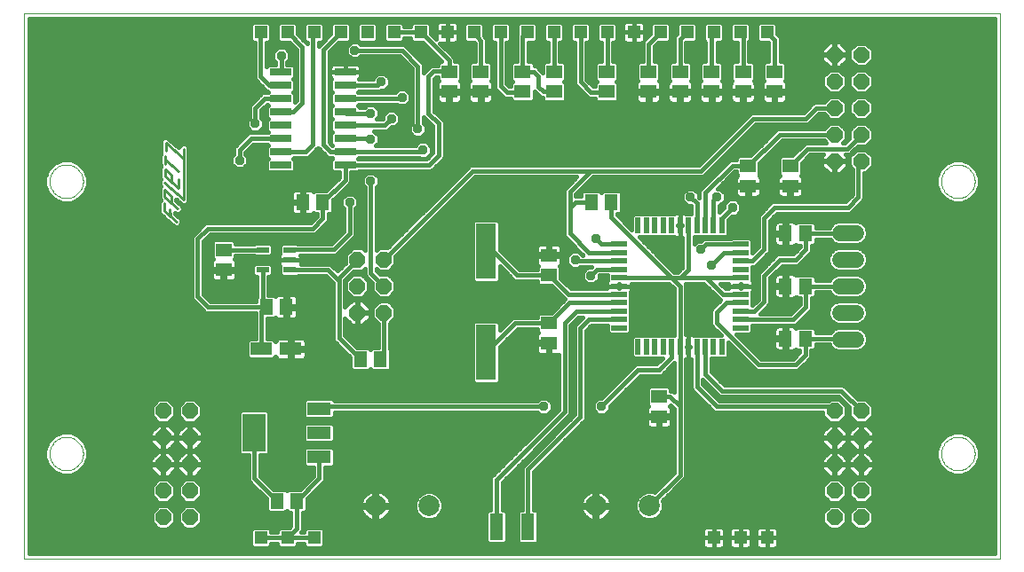
<source format=gtl>
G75*
G70*
%OFA0B0*%
%FSLAX24Y24*%
%IPPOS*%
%LPD*%
%AMOC8*
5,1,8,0,0,1.08239X$1,22.5*
%
%ADD10C,0.0000*%
%ADD11OC8,0.0600*%
%ADD12R,0.0512X0.0591*%
%ADD13R,0.0591X0.0512*%
%ADD14R,0.0500X0.1000*%
%ADD15C,0.0787*%
%ADD16R,0.0472X0.0217*%
%ADD17R,0.0480X0.0480*%
%ADD18R,0.0800X0.0260*%
%ADD19R,0.0880X0.0480*%
%ADD20R,0.0866X0.1417*%
%ADD21R,0.0787X0.0472*%
%ADD22R,0.0591X0.0197*%
%ADD23R,0.0197X0.0591*%
%ADD24R,0.0760X0.2100*%
%ADD25C,0.0600*%
%ADD26C,0.0160*%
%ADD27OC8,0.0356*%
%ADD28C,0.0100*%
D10*
X000377Y000377D02*
X036991Y000377D01*
X036991Y020849D01*
X000377Y020849D01*
X000377Y000377D01*
X001322Y004314D02*
X001324Y004364D01*
X001330Y004414D01*
X001340Y004463D01*
X001354Y004511D01*
X001371Y004558D01*
X001392Y004603D01*
X001417Y004647D01*
X001445Y004688D01*
X001477Y004727D01*
X001511Y004764D01*
X001548Y004798D01*
X001588Y004828D01*
X001630Y004855D01*
X001674Y004879D01*
X001720Y004900D01*
X001767Y004916D01*
X001815Y004929D01*
X001865Y004938D01*
X001914Y004943D01*
X001965Y004944D01*
X002015Y004941D01*
X002064Y004934D01*
X002113Y004923D01*
X002161Y004908D01*
X002207Y004890D01*
X002252Y004868D01*
X002295Y004842D01*
X002336Y004813D01*
X002375Y004781D01*
X002411Y004746D01*
X002443Y004708D01*
X002473Y004668D01*
X002500Y004625D01*
X002523Y004581D01*
X002542Y004535D01*
X002558Y004487D01*
X002570Y004438D01*
X002578Y004389D01*
X002582Y004339D01*
X002582Y004289D01*
X002578Y004239D01*
X002570Y004190D01*
X002558Y004141D01*
X002542Y004093D01*
X002523Y004047D01*
X002500Y004003D01*
X002473Y003960D01*
X002443Y003920D01*
X002411Y003882D01*
X002375Y003847D01*
X002336Y003815D01*
X002295Y003786D01*
X002252Y003760D01*
X002207Y003738D01*
X002161Y003720D01*
X002113Y003705D01*
X002064Y003694D01*
X002015Y003687D01*
X001965Y003684D01*
X001914Y003685D01*
X001865Y003690D01*
X001815Y003699D01*
X001767Y003712D01*
X001720Y003728D01*
X001674Y003749D01*
X001630Y003773D01*
X001588Y003800D01*
X001548Y003830D01*
X001511Y003864D01*
X001477Y003901D01*
X001445Y003940D01*
X001417Y003981D01*
X001392Y004025D01*
X001371Y004070D01*
X001354Y004117D01*
X001340Y004165D01*
X001330Y004214D01*
X001324Y004264D01*
X001322Y004314D01*
X001322Y014550D02*
X001324Y014600D01*
X001330Y014650D01*
X001340Y014699D01*
X001354Y014747D01*
X001371Y014794D01*
X001392Y014839D01*
X001417Y014883D01*
X001445Y014924D01*
X001477Y014963D01*
X001511Y015000D01*
X001548Y015034D01*
X001588Y015064D01*
X001630Y015091D01*
X001674Y015115D01*
X001720Y015136D01*
X001767Y015152D01*
X001815Y015165D01*
X001865Y015174D01*
X001914Y015179D01*
X001965Y015180D01*
X002015Y015177D01*
X002064Y015170D01*
X002113Y015159D01*
X002161Y015144D01*
X002207Y015126D01*
X002252Y015104D01*
X002295Y015078D01*
X002336Y015049D01*
X002375Y015017D01*
X002411Y014982D01*
X002443Y014944D01*
X002473Y014904D01*
X002500Y014861D01*
X002523Y014817D01*
X002542Y014771D01*
X002558Y014723D01*
X002570Y014674D01*
X002578Y014625D01*
X002582Y014575D01*
X002582Y014525D01*
X002578Y014475D01*
X002570Y014426D01*
X002558Y014377D01*
X002542Y014329D01*
X002523Y014283D01*
X002500Y014239D01*
X002473Y014196D01*
X002443Y014156D01*
X002411Y014118D01*
X002375Y014083D01*
X002336Y014051D01*
X002295Y014022D01*
X002252Y013996D01*
X002207Y013974D01*
X002161Y013956D01*
X002113Y013941D01*
X002064Y013930D01*
X002015Y013923D01*
X001965Y013920D01*
X001914Y013921D01*
X001865Y013926D01*
X001815Y013935D01*
X001767Y013948D01*
X001720Y013964D01*
X001674Y013985D01*
X001630Y014009D01*
X001588Y014036D01*
X001548Y014066D01*
X001511Y014100D01*
X001477Y014137D01*
X001445Y014176D01*
X001417Y014217D01*
X001392Y014261D01*
X001371Y014306D01*
X001354Y014353D01*
X001340Y014401D01*
X001330Y014450D01*
X001324Y014500D01*
X001322Y014550D01*
X034786Y014550D02*
X034788Y014600D01*
X034794Y014650D01*
X034804Y014699D01*
X034818Y014747D01*
X034835Y014794D01*
X034856Y014839D01*
X034881Y014883D01*
X034909Y014924D01*
X034941Y014963D01*
X034975Y015000D01*
X035012Y015034D01*
X035052Y015064D01*
X035094Y015091D01*
X035138Y015115D01*
X035184Y015136D01*
X035231Y015152D01*
X035279Y015165D01*
X035329Y015174D01*
X035378Y015179D01*
X035429Y015180D01*
X035479Y015177D01*
X035528Y015170D01*
X035577Y015159D01*
X035625Y015144D01*
X035671Y015126D01*
X035716Y015104D01*
X035759Y015078D01*
X035800Y015049D01*
X035839Y015017D01*
X035875Y014982D01*
X035907Y014944D01*
X035937Y014904D01*
X035964Y014861D01*
X035987Y014817D01*
X036006Y014771D01*
X036022Y014723D01*
X036034Y014674D01*
X036042Y014625D01*
X036046Y014575D01*
X036046Y014525D01*
X036042Y014475D01*
X036034Y014426D01*
X036022Y014377D01*
X036006Y014329D01*
X035987Y014283D01*
X035964Y014239D01*
X035937Y014196D01*
X035907Y014156D01*
X035875Y014118D01*
X035839Y014083D01*
X035800Y014051D01*
X035759Y014022D01*
X035716Y013996D01*
X035671Y013974D01*
X035625Y013956D01*
X035577Y013941D01*
X035528Y013930D01*
X035479Y013923D01*
X035429Y013920D01*
X035378Y013921D01*
X035329Y013926D01*
X035279Y013935D01*
X035231Y013948D01*
X035184Y013964D01*
X035138Y013985D01*
X035094Y014009D01*
X035052Y014036D01*
X035012Y014066D01*
X034975Y014100D01*
X034941Y014137D01*
X034909Y014176D01*
X034881Y014217D01*
X034856Y014261D01*
X034835Y014306D01*
X034818Y014353D01*
X034804Y014401D01*
X034794Y014450D01*
X034788Y014500D01*
X034786Y014550D01*
X034786Y004314D02*
X034788Y004364D01*
X034794Y004414D01*
X034804Y004463D01*
X034818Y004511D01*
X034835Y004558D01*
X034856Y004603D01*
X034881Y004647D01*
X034909Y004688D01*
X034941Y004727D01*
X034975Y004764D01*
X035012Y004798D01*
X035052Y004828D01*
X035094Y004855D01*
X035138Y004879D01*
X035184Y004900D01*
X035231Y004916D01*
X035279Y004929D01*
X035329Y004938D01*
X035378Y004943D01*
X035429Y004944D01*
X035479Y004941D01*
X035528Y004934D01*
X035577Y004923D01*
X035625Y004908D01*
X035671Y004890D01*
X035716Y004868D01*
X035759Y004842D01*
X035800Y004813D01*
X035839Y004781D01*
X035875Y004746D01*
X035907Y004708D01*
X035937Y004668D01*
X035964Y004625D01*
X035987Y004581D01*
X036006Y004535D01*
X036022Y004487D01*
X036034Y004438D01*
X036042Y004389D01*
X036046Y004339D01*
X036046Y004289D01*
X036042Y004239D01*
X036034Y004190D01*
X036022Y004141D01*
X036006Y004093D01*
X035987Y004047D01*
X035964Y004003D01*
X035937Y003960D01*
X035907Y003920D01*
X035875Y003882D01*
X035839Y003847D01*
X035800Y003815D01*
X035759Y003786D01*
X035716Y003760D01*
X035671Y003738D01*
X035625Y003720D01*
X035577Y003705D01*
X035528Y003694D01*
X035479Y003687D01*
X035429Y003684D01*
X035378Y003685D01*
X035329Y003690D01*
X035279Y003699D01*
X035231Y003712D01*
X035184Y003728D01*
X035138Y003749D01*
X035094Y003773D01*
X035052Y003800D01*
X035012Y003830D01*
X034975Y003864D01*
X034941Y003901D01*
X034909Y003940D01*
X034881Y003981D01*
X034856Y004025D01*
X034835Y004070D01*
X034818Y004117D01*
X034804Y004165D01*
X034794Y004214D01*
X034788Y004264D01*
X034786Y004314D01*
D11*
X031782Y003920D03*
X030782Y003920D03*
X030782Y002920D03*
X031782Y002920D03*
X031782Y001920D03*
X030782Y001920D03*
X030782Y004920D03*
X031782Y004920D03*
X031782Y005920D03*
X030782Y005920D03*
X030782Y015306D03*
X031782Y015306D03*
X031782Y016306D03*
X030782Y016306D03*
X030782Y017306D03*
X031782Y017306D03*
X031782Y018306D03*
X030782Y018306D03*
X030782Y019306D03*
X031782Y019306D03*
X013869Y011613D03*
X012869Y011613D03*
X012869Y010613D03*
X013869Y010613D03*
X013869Y009613D03*
X012869Y009613D03*
X006586Y005920D03*
X005586Y005920D03*
X005586Y004920D03*
X006586Y004920D03*
X006586Y003920D03*
X005586Y003920D03*
X005586Y002920D03*
X006586Y002920D03*
X006586Y001920D03*
X005586Y001920D03*
D12*
X009845Y002542D03*
X010593Y002542D03*
X012995Y007857D03*
X013743Y007857D03*
X010200Y009826D03*
X009452Y009826D03*
X010830Y013763D03*
X011578Y013763D03*
X021656Y013763D03*
X022404Y013763D03*
X028940Y012582D03*
X029688Y012582D03*
X029688Y010613D03*
X028940Y010613D03*
X028940Y008645D03*
X029688Y008645D03*
D13*
X024196Y006460D03*
X024196Y005711D03*
X020062Y008467D03*
X020062Y009215D03*
X020062Y011026D03*
X020062Y011774D03*
X027542Y014373D03*
X027542Y015121D03*
X029117Y015121D03*
X029117Y014373D03*
X028526Y017916D03*
X028526Y018664D03*
X027345Y018664D03*
X027345Y017916D03*
X026164Y017916D03*
X026164Y018664D03*
X024983Y018664D03*
X024983Y017916D03*
X023802Y017916D03*
X023802Y018664D03*
X022227Y018664D03*
X022227Y017916D03*
X020259Y017916D03*
X020259Y018664D03*
X019078Y018664D03*
X019078Y017916D03*
X017503Y017916D03*
X017503Y018664D03*
X016322Y018664D03*
X016322Y017916D03*
X007857Y011971D03*
X007857Y011223D03*
D14*
X018093Y001558D03*
X019274Y001558D03*
D15*
X021826Y002355D03*
X023826Y002355D03*
X015558Y002355D03*
X013558Y002355D03*
D16*
X010337Y011223D03*
X010337Y011597D03*
X010337Y011971D03*
X009314Y011971D03*
X009314Y011223D03*
D17*
X009247Y020156D03*
X010247Y020156D03*
X011247Y020156D03*
X012247Y020156D03*
X013247Y020156D03*
X014247Y020156D03*
X015247Y020156D03*
X016247Y020156D03*
X017247Y020156D03*
X018247Y020156D03*
X019247Y020156D03*
X020247Y020156D03*
X021247Y020156D03*
X022247Y020156D03*
X023247Y020156D03*
X024247Y020156D03*
X025247Y020156D03*
X026247Y020156D03*
X027247Y020156D03*
X028247Y020156D03*
X028247Y001156D03*
X027247Y001156D03*
X026247Y001156D03*
X011247Y001156D03*
X010247Y001156D03*
X009247Y001156D03*
D18*
X009994Y015162D03*
X009994Y015662D03*
X009994Y016162D03*
X009994Y016662D03*
X009994Y017162D03*
X009994Y017662D03*
X009994Y018162D03*
X009994Y018662D03*
X012414Y018662D03*
X012414Y018162D03*
X012414Y017662D03*
X012414Y017162D03*
X012414Y016662D03*
X012414Y016162D03*
X012414Y015662D03*
X012414Y015162D03*
D19*
X011439Y006011D03*
X011439Y005101D03*
X011439Y004191D03*
D20*
X008999Y005101D03*
D21*
X009274Y008251D03*
X010377Y008251D03*
D22*
X022700Y009038D03*
X022700Y009353D03*
X022700Y009668D03*
X022700Y009983D03*
X022700Y010298D03*
X022700Y010613D03*
X022700Y010928D03*
X022700Y011243D03*
X022700Y011558D03*
X022700Y011873D03*
X022700Y012188D03*
X027267Y012188D03*
X027267Y011873D03*
X027267Y011558D03*
X027267Y011243D03*
X027267Y010928D03*
X027267Y010613D03*
X027267Y010298D03*
X027267Y009983D03*
X027267Y009668D03*
X027267Y009353D03*
X027267Y009038D03*
D23*
X026558Y008330D03*
X026243Y008330D03*
X025928Y008330D03*
X025613Y008330D03*
X025298Y008330D03*
X024983Y008330D03*
X024668Y008330D03*
X024353Y008330D03*
X024038Y008330D03*
X023723Y008330D03*
X023408Y008330D03*
X023408Y012897D03*
X023723Y012897D03*
X024038Y012897D03*
X024353Y012897D03*
X024668Y012897D03*
X024983Y012897D03*
X025298Y012897D03*
X025613Y012897D03*
X025928Y012897D03*
X026243Y012897D03*
X026558Y012897D03*
D24*
X017700Y011923D03*
X017700Y008123D03*
D25*
X030982Y008613D02*
X031582Y008613D01*
X031582Y009613D02*
X030982Y009613D01*
X030982Y010613D02*
X031582Y010613D01*
X031582Y011613D02*
X030982Y011613D01*
X030982Y012613D02*
X031582Y012613D01*
D26*
X031282Y012613D02*
X031251Y012582D01*
X029688Y012582D01*
X029708Y012562D01*
X029708Y011991D01*
X029314Y011597D01*
X028723Y011597D01*
X028133Y011007D01*
X028133Y010023D01*
X027778Y009668D01*
X027267Y009668D01*
X027267Y009353D02*
X029235Y009353D01*
X029708Y009826D01*
X029708Y010593D01*
X029688Y010613D01*
X031282Y010613D01*
X030895Y010173D02*
X030733Y010240D01*
X030609Y010364D01*
X030597Y010393D01*
X030084Y010393D01*
X030084Y010260D01*
X030002Y010178D01*
X029928Y010178D01*
X029928Y009735D01*
X029799Y009606D01*
X029326Y009133D01*
X027702Y009133D01*
X027702Y008882D01*
X027620Y008800D01*
X027108Y008800D01*
X028027Y007880D01*
X029223Y007880D01*
X029468Y008125D01*
X029468Y008209D01*
X029374Y008209D01*
X029342Y008242D01*
X029340Y008239D01*
X029306Y008205D01*
X029265Y008182D01*
X029219Y008169D01*
X028988Y008169D01*
X028988Y008597D01*
X028892Y008597D01*
X028504Y008597D01*
X028504Y008326D01*
X028516Y008280D01*
X028540Y008239D01*
X028573Y008205D01*
X028614Y008182D01*
X028660Y008169D01*
X028892Y008169D01*
X028892Y008597D01*
X028892Y008693D01*
X028892Y009120D01*
X028660Y009120D01*
X028614Y009108D01*
X028573Y009084D01*
X028540Y009050D01*
X028516Y009009D01*
X028504Y008964D01*
X028504Y008693D01*
X028892Y008693D01*
X028988Y008693D01*
X028988Y009120D01*
X029219Y009120D01*
X029265Y009108D01*
X029306Y009084D01*
X029340Y009050D01*
X029342Y009047D01*
X029374Y009080D01*
X030002Y009080D01*
X030084Y008998D01*
X030084Y008865D01*
X030612Y008865D01*
X030733Y008986D01*
X030895Y009053D01*
X031670Y009053D01*
X031832Y008986D01*
X031955Y008862D01*
X032022Y008701D01*
X032022Y008526D01*
X031955Y008364D01*
X031832Y008240D01*
X031670Y008173D01*
X030895Y008173D01*
X030733Y008240D01*
X030609Y008364D01*
X030584Y008425D01*
X030084Y008425D01*
X030084Y008291D01*
X030002Y008209D01*
X029908Y008209D01*
X029908Y007943D01*
X029779Y007814D01*
X029405Y007440D01*
X027845Y007440D01*
X027716Y007569D01*
X026796Y008489D01*
X026796Y007976D01*
X026714Y007894D01*
X026402Y007894D01*
X026400Y007895D01*
X026399Y007894D01*
X026148Y007894D01*
X026148Y007397D01*
X026649Y006896D01*
X031118Y006896D01*
X031653Y006360D01*
X031965Y006360D01*
X032222Y006102D01*
X032222Y005738D01*
X031965Y005480D01*
X031600Y005480D01*
X031342Y005738D01*
X031342Y006049D01*
X030935Y006456D01*
X026467Y006456D01*
X026338Y006585D01*
X025833Y007090D01*
X025833Y006925D01*
X026452Y006306D01*
X030545Y006306D01*
X030600Y006360D01*
X030965Y006360D01*
X031222Y006102D01*
X031222Y005738D01*
X030965Y005480D01*
X030600Y005480D01*
X030342Y005738D01*
X030342Y005866D01*
X026270Y005866D01*
X026141Y005994D01*
X025393Y006742D01*
X025393Y007854D01*
X025298Y007854D01*
X025298Y008330D01*
X025298Y008805D01*
X025203Y008805D01*
X025203Y010704D01*
X025199Y010708D01*
X025876Y010708D01*
X026503Y010082D01*
X026270Y009849D01*
X026141Y009720D01*
X026141Y009144D01*
X026520Y008765D01*
X026402Y008765D01*
X026400Y008764D01*
X026399Y008765D01*
X026087Y008765D01*
X026086Y008764D01*
X026084Y008765D01*
X025772Y008765D01*
X025771Y008764D01*
X025769Y008765D01*
X025511Y008765D01*
X025507Y008769D01*
X025466Y008793D01*
X025420Y008805D01*
X025298Y008805D01*
X025298Y008330D01*
X025298Y008330D01*
X025298Y008330D01*
X025222Y008330D01*
X025222Y008330D01*
X025298Y008330D01*
X025375Y008330D01*
X025375Y008330D01*
X025298Y008330D01*
X025298Y008330D01*
X025298Y008330D01*
X025298Y007854D01*
X025203Y007854D01*
X025203Y003421D01*
X024326Y002544D01*
X024360Y002461D01*
X024360Y002249D01*
X024279Y002053D01*
X024128Y001903D01*
X023932Y001821D01*
X023720Y001821D01*
X023524Y001903D01*
X023374Y002053D01*
X023292Y002249D01*
X023292Y002461D01*
X023374Y002658D01*
X023524Y002808D01*
X023720Y002889D01*
X023932Y002889D01*
X024015Y002855D01*
X024763Y003603D01*
X024763Y005994D01*
X024621Y006136D01*
X024599Y006113D01*
X024602Y006111D01*
X024635Y006078D01*
X024659Y006037D01*
X024671Y005991D01*
X024671Y005759D01*
X024244Y005759D01*
X024244Y005664D01*
X024671Y005664D01*
X024671Y005432D01*
X024659Y005386D01*
X024635Y005345D01*
X024602Y005312D01*
X024561Y005288D01*
X024515Y005276D01*
X024244Y005276D01*
X024244Y005664D01*
X024148Y005664D01*
X023720Y005664D01*
X023720Y005432D01*
X023733Y005386D01*
X023756Y005345D01*
X023790Y005312D01*
X023831Y005288D01*
X023877Y005276D01*
X024148Y005276D01*
X024148Y005664D01*
X024148Y005759D01*
X023720Y005759D01*
X023720Y005991D01*
X023733Y006037D01*
X023756Y006078D01*
X023790Y006111D01*
X023793Y006113D01*
X023760Y006146D01*
X023760Y006773D01*
X023842Y006855D01*
X024549Y006855D01*
X024631Y006773D01*
X024631Y006680D01*
X024700Y006680D01*
X024763Y006617D01*
X024763Y007720D01*
X024759Y007716D01*
X024287Y007243D01*
X023499Y007243D01*
X022349Y006092D01*
X022349Y005954D01*
X022162Y005767D01*
X021899Y005767D01*
X021712Y005954D01*
X021712Y006217D01*
X021899Y006404D01*
X022037Y006404D01*
X023188Y007555D01*
X023317Y007683D01*
X024105Y007683D01*
X024315Y007894D01*
X024197Y007894D01*
X024196Y007895D01*
X024195Y007894D01*
X023882Y007894D01*
X023881Y007895D01*
X023880Y007894D01*
X023567Y007894D01*
X023566Y007895D01*
X023565Y007894D01*
X023252Y007894D01*
X023170Y007976D01*
X023170Y008683D01*
X023252Y008765D01*
X023565Y008765D01*
X023566Y008764D01*
X023567Y008765D01*
X023880Y008765D01*
X023881Y008764D01*
X023882Y008765D01*
X024195Y008765D01*
X024196Y008764D01*
X024197Y008765D01*
X024510Y008765D01*
X024511Y008764D01*
X024512Y008765D01*
X024763Y008765D01*
X024763Y010522D01*
X024577Y010708D01*
X023175Y010708D01*
X023175Y010613D01*
X022700Y010613D01*
X022700Y010613D01*
X023175Y010613D01*
X023175Y010491D01*
X023163Y010445D01*
X023139Y010404D01*
X023135Y010400D01*
X023135Y010142D01*
X023134Y010141D01*
X023135Y010140D01*
X023135Y009827D01*
X023134Y009826D01*
X023135Y009825D01*
X023135Y009512D01*
X023134Y009511D01*
X023135Y009510D01*
X023135Y009197D01*
X023134Y009196D01*
X023135Y009195D01*
X023135Y008882D01*
X023053Y008800D01*
X022346Y008800D01*
X022264Y008882D01*
X022264Y009133D01*
X021649Y009133D01*
X021463Y008947D01*
X021463Y005601D01*
X019494Y003632D01*
X019494Y002198D01*
X019582Y002198D01*
X019664Y002116D01*
X019664Y001000D01*
X019582Y000918D01*
X018966Y000918D01*
X018884Y001000D01*
X018884Y002116D01*
X018966Y002198D01*
X019054Y002198D01*
X019054Y003814D01*
X019183Y003943D01*
X021023Y005783D01*
X021023Y009129D01*
X021152Y009258D01*
X021342Y009448D01*
X021177Y009448D01*
X020872Y009144D01*
X020872Y005798D01*
X018313Y003238D01*
X018313Y002198D01*
X018401Y002198D01*
X018483Y002116D01*
X018483Y001000D01*
X018401Y000918D01*
X017785Y000918D01*
X017703Y001000D01*
X017703Y002116D01*
X017785Y002198D01*
X017873Y002198D01*
X017873Y003421D01*
X018002Y003550D01*
X020432Y005980D01*
X020432Y008047D01*
X020427Y008044D01*
X020381Y008031D01*
X020110Y008031D01*
X020110Y008419D01*
X020014Y008419D01*
X020014Y008031D01*
X019743Y008031D01*
X019697Y008044D01*
X019656Y008067D01*
X019623Y008101D01*
X019599Y008142D01*
X019587Y008188D01*
X019587Y008419D01*
X020014Y008419D01*
X020014Y008515D01*
X019587Y008515D01*
X019587Y008747D01*
X019599Y008793D01*
X019623Y008834D01*
X019656Y008867D01*
X019659Y008869D01*
X019627Y008902D01*
X019627Y008995D01*
X018884Y008995D01*
X018220Y008331D01*
X018220Y007015D01*
X018138Y006933D01*
X017262Y006933D01*
X017180Y007015D01*
X017180Y009231D01*
X017262Y009313D01*
X018138Y009313D01*
X018220Y009231D01*
X018220Y008954D01*
X018701Y009435D01*
X019627Y009435D01*
X019627Y009529D01*
X019709Y009611D01*
X020147Y009611D01*
X020656Y010121D01*
X020147Y010631D01*
X019709Y010631D01*
X019627Y010713D01*
X019627Y010806D01*
X018770Y010806D01*
X018220Y011357D01*
X018220Y010815D01*
X018138Y010733D01*
X017262Y010733D01*
X017180Y010815D01*
X017180Y013031D01*
X017262Y013113D01*
X018138Y013113D01*
X018220Y013031D01*
X018220Y011979D01*
X018952Y011246D01*
X019627Y011246D01*
X019627Y011340D01*
X019659Y011373D01*
X019656Y011375D01*
X019623Y011408D01*
X019599Y011449D01*
X019587Y011495D01*
X019587Y011727D01*
X020014Y011727D01*
X020014Y011822D01*
X019587Y011822D01*
X019587Y012054D01*
X019599Y012100D01*
X019623Y012141D01*
X019656Y012174D01*
X019697Y012198D01*
X019743Y012210D01*
X020014Y012210D01*
X020014Y011822D01*
X020110Y011822D01*
X020537Y011822D01*
X020537Y012054D01*
X020525Y012100D01*
X020501Y012141D01*
X020468Y012174D01*
X020427Y012198D01*
X020381Y012210D01*
X020110Y012210D01*
X020110Y011822D01*
X020110Y011727D01*
X020537Y011727D01*
X020537Y011495D01*
X020525Y011449D01*
X020501Y011408D01*
X020468Y011375D01*
X020465Y011373D01*
X020497Y011340D01*
X020497Y010902D01*
X020881Y010518D01*
X022224Y010518D01*
X022224Y010613D01*
X022700Y010613D01*
X022700Y010537D01*
X022700Y010537D01*
X022700Y010613D01*
X022700Y010613D01*
X022700Y010613D01*
X022700Y010690D01*
X022700Y010690D01*
X022700Y010613D01*
X022700Y010613D01*
X022224Y010613D01*
X022224Y010735D01*
X022237Y010781D01*
X022260Y010822D01*
X022264Y010826D01*
X022264Y011023D01*
X021964Y011023D01*
X021955Y011014D01*
X021955Y010875D01*
X021768Y010689D01*
X021505Y010689D01*
X021319Y010875D01*
X021319Y011139D01*
X021505Y011325D01*
X021644Y011325D01*
X021657Y011338D01*
X021237Y011338D01*
X021178Y011279D01*
X020914Y011279D01*
X020728Y011466D01*
X020728Y011729D01*
X020914Y011915D01*
X021178Y011915D01*
X021315Y011778D01*
X021342Y011778D01*
X020758Y012362D01*
X020629Y012490D01*
X020629Y014248D01*
X020758Y014376D01*
X021106Y014724D01*
X017291Y014724D01*
X014309Y011742D01*
X014309Y011431D01*
X014051Y011173D01*
X013687Y011173D01*
X013589Y011271D01*
X013589Y011204D01*
X013740Y011053D01*
X014051Y011053D01*
X014309Y010795D01*
X014309Y010431D01*
X014051Y010173D01*
X013687Y010173D01*
X013429Y010431D01*
X013429Y010742D01*
X013278Y010893D01*
X013278Y010893D01*
X013149Y011022D01*
X013149Y011271D01*
X013051Y011173D01*
X012740Y011173D01*
X012408Y010841D01*
X012408Y009831D01*
X012670Y010093D01*
X012849Y010093D01*
X012849Y009633D01*
X012889Y009633D01*
X013349Y009633D01*
X013349Y009812D01*
X013068Y010093D01*
X012889Y010093D01*
X012889Y009633D01*
X012889Y009593D01*
X012889Y009133D01*
X013068Y009133D01*
X013349Y009414D01*
X013349Y009593D01*
X012889Y009593D01*
X012849Y009593D01*
X012849Y009133D01*
X012670Y009133D01*
X012408Y009395D01*
X012408Y008755D01*
X012871Y008292D01*
X013309Y008292D01*
X013369Y008232D01*
X013429Y008292D01*
X013649Y008292D01*
X013649Y009211D01*
X013429Y009431D01*
X013429Y009795D01*
X013687Y010053D01*
X014051Y010053D01*
X014309Y009795D01*
X014309Y009431D01*
X014089Y009211D01*
X014089Y008260D01*
X014139Y008210D01*
X014139Y007504D01*
X014057Y007422D01*
X013429Y007422D01*
X013369Y007482D01*
X013309Y007422D01*
X012681Y007422D01*
X012599Y007504D01*
X012599Y007942D01*
X011968Y008573D01*
X011968Y010719D01*
X011683Y011003D01*
X010660Y011003D01*
X010632Y010975D01*
X010043Y010975D01*
X009961Y011057D01*
X009961Y011374D01*
X009957Y011379D01*
X009934Y011420D01*
X009921Y011465D01*
X009921Y011597D01*
X010337Y011597D01*
X010337Y011597D01*
X009921Y011597D01*
X009921Y011729D01*
X009934Y011775D01*
X009957Y011816D01*
X009961Y011820D01*
X009961Y012138D01*
X010043Y012220D01*
X010632Y012220D01*
X010640Y012211D01*
X011900Y012211D01*
X012362Y012673D01*
X012362Y013533D01*
X012263Y013631D01*
X012263Y013894D01*
X012450Y014081D01*
X012713Y014081D01*
X012900Y013894D01*
X012900Y013631D01*
X012802Y013533D01*
X012802Y012490D01*
X012211Y011900D01*
X012211Y011900D01*
X012082Y011771D01*
X010743Y011771D01*
X010754Y011729D01*
X010754Y011597D01*
X010337Y011597D01*
X010337Y011597D01*
X010754Y011597D01*
X010754Y011465D01*
X010748Y011443D01*
X011866Y011443D01*
X012127Y011182D01*
X012429Y011484D01*
X012429Y011795D01*
X012687Y012053D01*
X013051Y012053D01*
X013149Y011955D01*
X013149Y014320D01*
X013051Y014418D01*
X013051Y014682D01*
X013237Y014868D01*
X013501Y014868D01*
X013687Y014682D01*
X013687Y014418D01*
X013589Y014320D01*
X013589Y011955D01*
X013687Y012053D01*
X013998Y012053D01*
X016980Y015035D01*
X017109Y015164D01*
X025679Y015164D01*
X027648Y017132D01*
X029616Y017132D01*
X030010Y017526D01*
X030380Y017526D01*
X030600Y017746D01*
X030965Y017746D01*
X031222Y017488D01*
X031222Y017124D01*
X030965Y016866D01*
X030600Y016866D01*
X030380Y017086D01*
X030192Y017086D01*
X029928Y016821D01*
X029799Y016692D01*
X027830Y016692D01*
X025862Y014724D01*
X021728Y014724D01*
X021069Y014065D01*
X021069Y013983D01*
X021260Y013983D01*
X021260Y014116D01*
X021342Y014198D01*
X021970Y014198D01*
X022030Y014138D01*
X022091Y014198D01*
X022718Y014198D01*
X022800Y014116D01*
X022800Y013409D01*
X022718Y013327D01*
X022624Y013327D01*
X022624Y013283D01*
X023170Y012737D01*
X023170Y013250D01*
X023252Y013332D01*
X023565Y013332D01*
X023566Y013331D01*
X023567Y013332D01*
X023880Y013332D01*
X023881Y013331D01*
X023882Y013332D01*
X024195Y013332D01*
X024196Y013331D01*
X024197Y013332D01*
X024510Y013332D01*
X024511Y013331D01*
X024512Y013332D01*
X024770Y013332D01*
X024774Y013336D01*
X024815Y013360D01*
X024861Y013372D01*
X024983Y013372D01*
X024983Y012897D01*
X024983Y012897D01*
X024983Y013372D01*
X025105Y013372D01*
X025151Y013360D01*
X025192Y013336D01*
X025196Y013332D01*
X025393Y013332D01*
X025393Y013632D01*
X025384Y013641D01*
X025245Y013641D01*
X025059Y013828D01*
X025059Y014091D01*
X025245Y014278D01*
X025509Y014278D01*
X025695Y014091D01*
X025695Y013953D01*
X025708Y013939D01*
X025708Y014208D01*
X026732Y015232D01*
X026861Y015361D01*
X027107Y015361D01*
X027107Y015435D01*
X027189Y015517D01*
X027627Y015517D01*
X028507Y016397D01*
X028507Y016397D01*
X028636Y016526D01*
X030380Y016526D01*
X030600Y016746D01*
X030965Y016746D01*
X031222Y016488D01*
X031222Y016124D01*
X031099Y016000D01*
X031166Y016000D01*
X031342Y016177D01*
X031342Y016488D01*
X031600Y016746D01*
X031965Y016746D01*
X032222Y016488D01*
X032222Y016124D01*
X031965Y015866D01*
X031653Y015866D01*
X031477Y015689D01*
X031348Y015560D01*
X031207Y015560D01*
X031262Y015505D01*
X031262Y015326D01*
X030802Y015326D01*
X030802Y015286D01*
X030802Y014826D01*
X030981Y014826D01*
X031262Y015107D01*
X031262Y015286D01*
X030802Y015286D01*
X030762Y015286D01*
X030302Y015286D01*
X030302Y015107D01*
X030584Y014826D01*
X030762Y014826D01*
X030762Y015286D01*
X030762Y015326D01*
X030302Y015326D01*
X030302Y015505D01*
X030358Y015560D01*
X029868Y015560D01*
X029552Y015245D01*
X029552Y014807D01*
X029520Y014775D01*
X029523Y014773D01*
X029556Y014739D01*
X029580Y014698D01*
X029592Y014653D01*
X029592Y014421D01*
X029165Y014421D01*
X029165Y014325D01*
X029592Y014325D01*
X029592Y014093D01*
X029580Y014048D01*
X029556Y014006D01*
X029523Y013973D01*
X029482Y013949D01*
X029436Y013937D01*
X029165Y013937D01*
X029165Y014325D01*
X029069Y014325D01*
X028642Y014325D01*
X028642Y014093D01*
X028654Y014048D01*
X028678Y014006D01*
X028711Y013973D01*
X028752Y013949D01*
X028798Y013937D01*
X029069Y013937D01*
X029069Y014325D01*
X029069Y014421D01*
X028642Y014421D01*
X028642Y014653D01*
X028654Y014698D01*
X028678Y014739D01*
X028711Y014773D01*
X028714Y014775D01*
X028682Y014807D01*
X028682Y015435D01*
X028764Y015517D01*
X029202Y015517D01*
X029685Y016000D01*
X030466Y016000D01*
X030380Y016086D01*
X028818Y016086D01*
X027977Y015245D01*
X027977Y014807D01*
X027945Y014775D01*
X027948Y014773D01*
X027982Y014739D01*
X028005Y014698D01*
X028017Y014653D01*
X028017Y014421D01*
X027590Y014421D01*
X027590Y014325D01*
X027590Y013937D01*
X027861Y013937D01*
X027907Y013949D01*
X027948Y013973D01*
X027982Y014006D01*
X028005Y014048D01*
X028017Y014093D01*
X028017Y014325D01*
X027590Y014325D01*
X027494Y014325D01*
X027067Y014325D01*
X027067Y014093D01*
X027079Y014048D01*
X027103Y014006D01*
X027136Y013973D01*
X027177Y013949D01*
X027223Y013937D01*
X027494Y013937D01*
X027494Y014325D01*
X027494Y014421D01*
X027067Y014421D01*
X027067Y014653D01*
X027079Y014698D01*
X027103Y014739D01*
X027136Y014773D01*
X027139Y014775D01*
X027107Y014807D01*
X027107Y014921D01*
X027043Y014921D01*
X026400Y014278D01*
X026493Y014278D01*
X026679Y014091D01*
X026679Y013828D01*
X026493Y013641D01*
X026463Y013641D01*
X026463Y013388D01*
X026634Y013559D01*
X026634Y013698D01*
X026820Y013884D01*
X027083Y013884D01*
X027270Y013698D01*
X027270Y013434D01*
X027083Y013248D01*
X026945Y013248D01*
X026796Y013099D01*
X026796Y012543D01*
X026714Y012461D01*
X026402Y012461D01*
X026400Y012462D01*
X026399Y012461D01*
X026087Y012461D01*
X026086Y012462D01*
X026084Y012461D01*
X025772Y012461D01*
X025771Y012462D01*
X025769Y012461D01*
X025518Y012461D01*
X025518Y012188D01*
X025639Y012309D01*
X025778Y012309D01*
X025876Y012408D01*
X026895Y012408D01*
X026913Y012426D01*
X027620Y012426D01*
X027702Y012344D01*
X027702Y012031D01*
X027701Y012030D01*
X027702Y012029D01*
X027702Y011871D01*
X027913Y012082D01*
X027913Y013263D01*
X028306Y013657D01*
X028435Y013786D01*
X031191Y013786D01*
X031456Y014051D01*
X031456Y015010D01*
X031342Y015124D01*
X031342Y015488D01*
X031600Y015746D01*
X031965Y015746D01*
X032222Y015488D01*
X032222Y015124D01*
X031965Y014866D01*
X031896Y014866D01*
X031896Y013868D01*
X031767Y013740D01*
X031373Y013346D01*
X028618Y013346D01*
X028353Y013081D01*
X028353Y011900D01*
X028224Y011771D01*
X027791Y011338D01*
X027702Y011338D01*
X027702Y011087D01*
X027701Y011086D01*
X027702Y011084D01*
X027702Y010826D01*
X027706Y010822D01*
X027730Y010781D01*
X027742Y010735D01*
X027742Y010613D01*
X027267Y010613D01*
X027267Y010613D01*
X027742Y010613D01*
X027742Y010491D01*
X027730Y010445D01*
X027706Y010404D01*
X027702Y010400D01*
X027702Y010142D01*
X027701Y010141D01*
X027702Y010140D01*
X027702Y009903D01*
X027913Y010114D01*
X027913Y011098D01*
X028503Y011688D01*
X028632Y011817D01*
X029223Y011817D01*
X029488Y012082D01*
X029488Y012146D01*
X029374Y012146D01*
X029342Y012179D01*
X029340Y012176D01*
X029306Y012142D01*
X029265Y012119D01*
X029219Y012106D01*
X028988Y012106D01*
X028988Y012534D01*
X028892Y012534D01*
X028504Y012534D01*
X028504Y012263D01*
X028516Y012217D01*
X028540Y012176D01*
X028573Y012142D01*
X028614Y012119D01*
X028660Y012106D01*
X028892Y012106D01*
X028892Y012534D01*
X028892Y012630D01*
X028892Y013057D01*
X028660Y013057D01*
X028614Y013045D01*
X028573Y013021D01*
X028540Y012987D01*
X028516Y012946D01*
X028504Y012901D01*
X028504Y012630D01*
X028892Y012630D01*
X028988Y012630D01*
X028988Y013057D01*
X029219Y013057D01*
X029265Y013045D01*
X029306Y013021D01*
X029340Y012987D01*
X029342Y012984D01*
X029374Y013017D01*
X030002Y013017D01*
X030084Y012935D01*
X030084Y012802D01*
X030584Y012802D01*
X030609Y012862D01*
X030733Y012986D01*
X030895Y013053D01*
X031670Y013053D01*
X031832Y012986D01*
X031955Y012862D01*
X032022Y012701D01*
X032022Y012526D01*
X031955Y012364D01*
X031832Y012240D01*
X031670Y012173D01*
X030895Y012173D01*
X030733Y012240D01*
X030612Y012362D01*
X030084Y012362D01*
X030084Y012228D01*
X030002Y012146D01*
X029928Y012146D01*
X029928Y011900D01*
X029799Y011771D01*
X029405Y011377D01*
X028814Y011377D01*
X028353Y010916D01*
X028353Y009931D01*
X028224Y009803D01*
X027995Y009573D01*
X029144Y009573D01*
X029488Y009917D01*
X029488Y010178D01*
X029374Y010178D01*
X029342Y010210D01*
X029340Y010207D01*
X029306Y010174D01*
X029265Y010150D01*
X029219Y010138D01*
X028988Y010138D01*
X028988Y010565D01*
X028892Y010565D01*
X028892Y010138D01*
X028660Y010138D01*
X028614Y010150D01*
X028573Y010174D01*
X028540Y010207D01*
X028516Y010248D01*
X028504Y010294D01*
X028504Y010565D01*
X028892Y010565D01*
X028892Y010661D01*
X028892Y011088D01*
X028660Y011088D01*
X028614Y011076D01*
X028573Y011052D01*
X028540Y011019D01*
X028516Y010978D01*
X028504Y010932D01*
X028504Y010661D01*
X028892Y010661D01*
X028988Y010661D01*
X028988Y011088D01*
X029219Y011088D01*
X029265Y011076D01*
X029306Y011052D01*
X029340Y011019D01*
X029342Y011016D01*
X029374Y011048D01*
X030002Y011048D01*
X030084Y010966D01*
X030084Y010833D01*
X030597Y010833D01*
X030609Y010862D01*
X030733Y010986D01*
X030895Y011053D01*
X031670Y011053D01*
X031832Y010986D01*
X031955Y010862D01*
X032022Y010701D01*
X032022Y010526D01*
X031955Y010364D01*
X031832Y010240D01*
X031670Y010173D01*
X030895Y010173D01*
X030820Y010204D02*
X030028Y010204D01*
X030084Y010362D02*
X030611Y010362D01*
X030733Y009986D02*
X030609Y009862D01*
X030542Y009701D01*
X030542Y009526D01*
X030609Y009364D01*
X030733Y009240D01*
X030895Y009173D01*
X031670Y009173D01*
X031832Y009240D01*
X031955Y009364D01*
X032022Y009526D01*
X032022Y009701D01*
X031955Y009862D01*
X031832Y009986D01*
X031670Y010053D01*
X030895Y010053D01*
X030733Y009986D01*
X030634Y009887D02*
X029928Y009887D01*
X029928Y010045D02*
X030876Y010045D01*
X030554Y009728D02*
X029921Y009728D01*
X029763Y009570D02*
X030542Y009570D01*
X030590Y009411D02*
X029604Y009411D01*
X029446Y009253D02*
X030720Y009253D01*
X030683Y008936D02*
X030084Y008936D01*
X029688Y008645D02*
X029688Y008034D01*
X029314Y007660D01*
X027936Y007660D01*
X026361Y009235D01*
X026361Y009629D01*
X026715Y009983D01*
X027267Y009983D01*
X027267Y010298D02*
X026597Y010298D01*
X025967Y010928D01*
X027267Y010928D01*
X027267Y010690D02*
X027267Y010613D01*
X027267Y010537D01*
X027267Y010537D01*
X027267Y010613D01*
X027267Y010613D01*
X027267Y010613D01*
X027267Y010690D01*
X027267Y010690D01*
X027267Y010679D02*
X027267Y010679D01*
X027267Y010613D02*
X027267Y010613D01*
X026791Y010613D01*
X026791Y010518D01*
X026688Y010518D01*
X026499Y010708D01*
X026791Y010708D01*
X026791Y010613D01*
X027267Y010613D01*
X026791Y010679D02*
X026527Y010679D01*
X026686Y010521D02*
X026791Y010521D01*
X026380Y010204D02*
X025203Y010204D01*
X025203Y010362D02*
X026222Y010362D01*
X026063Y010521D02*
X025203Y010521D01*
X025203Y010679D02*
X025905Y010679D01*
X025967Y010928D02*
X024983Y010928D01*
X025298Y011243D01*
X025298Y012897D01*
X025060Y012897D02*
X024983Y012897D01*
X024907Y012897D01*
X024907Y012897D01*
X024983Y012897D01*
X024983Y012897D01*
X024983Y012897D01*
X024983Y012897D01*
X024983Y012421D01*
X024861Y012421D01*
X024815Y012434D01*
X024774Y012457D01*
X024770Y012461D01*
X024512Y012461D01*
X024511Y012462D01*
X024510Y012461D01*
X024197Y012461D01*
X024196Y012462D01*
X024195Y012461D01*
X023882Y012461D01*
X023881Y012462D01*
X023880Y012461D01*
X023567Y012461D01*
X023566Y012462D01*
X023565Y012461D01*
X023446Y012461D01*
X024759Y011148D01*
X024892Y011148D01*
X025078Y011334D01*
X025078Y012421D01*
X024983Y012421D01*
X024983Y012897D01*
X025060Y012897D01*
X025060Y012897D01*
X024983Y012898D02*
X024983Y012898D01*
X024983Y012740D02*
X024983Y012740D01*
X024983Y012581D02*
X024983Y012581D01*
X024983Y012423D02*
X024983Y012423D01*
X024855Y012423D02*
X023484Y012423D01*
X023643Y012264D02*
X025078Y012264D01*
X025078Y012106D02*
X023801Y012106D01*
X023960Y011947D02*
X025078Y011947D01*
X025078Y011789D02*
X024118Y011789D01*
X024277Y011630D02*
X025078Y011630D01*
X025078Y011472D02*
X024435Y011472D01*
X024594Y011313D02*
X025057Y011313D01*
X024899Y011155D02*
X024752Y011155D01*
X024668Y010928D02*
X024983Y010613D01*
X024983Y008330D01*
X024983Y006086D01*
X024609Y006460D01*
X024196Y006460D01*
X023760Y006400D02*
X022656Y006400D01*
X022814Y006558D02*
X023760Y006558D01*
X023760Y006717D02*
X022973Y006717D01*
X023131Y006875D02*
X024763Y006875D01*
X024763Y006717D02*
X024631Y006717D01*
X024763Y007034D02*
X023290Y007034D01*
X023448Y007192D02*
X024763Y007192D01*
X024763Y007351D02*
X024394Y007351D01*
X024553Y007509D02*
X024763Y007509D01*
X024763Y007668D02*
X024711Y007668D01*
X024668Y007936D02*
X024668Y008330D01*
X025298Y008302D02*
X025298Y008302D01*
X025298Y008460D02*
X025298Y008460D01*
X025298Y008619D02*
X025298Y008619D01*
X025298Y008777D02*
X025298Y008777D01*
X025203Y008936D02*
X026349Y008936D01*
X026191Y009094D02*
X025203Y009094D01*
X025203Y009253D02*
X026141Y009253D01*
X026141Y009411D02*
X025203Y009411D01*
X025203Y009570D02*
X026141Y009570D01*
X026150Y009728D02*
X025203Y009728D01*
X025203Y009887D02*
X026308Y009887D01*
X026467Y010045D02*
X025203Y010045D01*
X024763Y010045D02*
X023135Y010045D01*
X023135Y009887D02*
X024763Y009887D01*
X024763Y009728D02*
X023135Y009728D01*
X023135Y009570D02*
X024763Y009570D01*
X024763Y009411D02*
X023135Y009411D01*
X023135Y009253D02*
X024763Y009253D01*
X024763Y009094D02*
X023135Y009094D01*
X023135Y008936D02*
X024763Y008936D01*
X024763Y008777D02*
X021463Y008777D01*
X021463Y008619D02*
X023170Y008619D01*
X023170Y008460D02*
X021463Y008460D01*
X021463Y008302D02*
X023170Y008302D01*
X023170Y008143D02*
X021463Y008143D01*
X021463Y007985D02*
X023170Y007985D01*
X023302Y007668D02*
X021463Y007668D01*
X021463Y007826D02*
X024248Y007826D01*
X024196Y007463D02*
X024668Y007936D01*
X025203Y007826D02*
X025393Y007826D01*
X025393Y007668D02*
X025203Y007668D01*
X025203Y007509D02*
X025393Y007509D01*
X025393Y007351D02*
X025203Y007351D01*
X025203Y007192D02*
X025393Y007192D01*
X025393Y007034D02*
X025203Y007034D01*
X025203Y006875D02*
X025393Y006875D01*
X025419Y006717D02*
X025203Y006717D01*
X025203Y006558D02*
X025577Y006558D01*
X025736Y006400D02*
X025203Y006400D01*
X025203Y006241D02*
X025894Y006241D01*
X026053Y006083D02*
X025203Y006083D01*
X025203Y005924D02*
X026211Y005924D01*
X026361Y006086D02*
X030617Y006086D01*
X030782Y005920D01*
X030473Y005607D02*
X025203Y005607D01*
X025203Y005449D02*
X036811Y005449D01*
X036811Y005607D02*
X032092Y005607D01*
X032222Y005766D02*
X036811Y005766D01*
X036811Y005924D02*
X032222Y005924D01*
X032222Y006083D02*
X036811Y006083D01*
X036811Y006241D02*
X032083Y006241D01*
X031614Y006400D02*
X036811Y006400D01*
X036811Y006558D02*
X031455Y006558D01*
X031297Y006717D02*
X036811Y006717D01*
X036811Y006875D02*
X031138Y006875D01*
X031026Y006676D02*
X031782Y005920D01*
X031473Y005607D02*
X031092Y005607D01*
X031222Y005766D02*
X031342Y005766D01*
X031342Y005924D02*
X031222Y005924D01*
X031222Y006083D02*
X031309Y006083D01*
X031150Y006241D02*
X031083Y006241D01*
X030992Y006400D02*
X026358Y006400D01*
X026365Y006558D02*
X026199Y006558D01*
X026206Y006717D02*
X026041Y006717D01*
X026048Y006875D02*
X025882Y006875D01*
X025889Y007034D02*
X025833Y007034D01*
X025928Y007306D02*
X026558Y006676D01*
X031026Y006676D01*
X030342Y005766D02*
X025203Y005766D01*
X024983Y006086D02*
X024983Y003512D01*
X023826Y002355D01*
X023470Y002754D02*
X022238Y002754D01*
X022264Y002729D02*
X022200Y002793D01*
X022127Y002846D01*
X022046Y002887D01*
X021960Y002915D01*
X021874Y002928D01*
X021874Y002403D01*
X022399Y002403D01*
X022386Y002490D01*
X022358Y002575D01*
X022317Y002656D01*
X022264Y002729D01*
X022347Y002596D02*
X023348Y002596D01*
X023292Y002437D02*
X022394Y002437D01*
X022399Y002307D02*
X021874Y002307D01*
X021874Y001782D01*
X021960Y001796D01*
X022046Y001824D01*
X022127Y001865D01*
X022200Y001918D01*
X022264Y001981D01*
X022317Y002055D01*
X022358Y002135D01*
X022386Y002221D01*
X022399Y002307D01*
X022395Y002279D02*
X023292Y002279D01*
X023346Y002120D02*
X022350Y002120D01*
X022244Y001962D02*
X023465Y001962D01*
X024188Y001962D02*
X030342Y001962D01*
X030342Y002102D02*
X030342Y001738D01*
X030600Y001480D01*
X030965Y001480D01*
X031222Y001738D01*
X031222Y002102D01*
X030965Y002360D01*
X030600Y002360D01*
X030342Y002102D01*
X030360Y002120D02*
X024306Y002120D01*
X024360Y002279D02*
X030519Y002279D01*
X030600Y002480D02*
X030965Y002480D01*
X031222Y002738D01*
X031222Y003102D01*
X030965Y003360D01*
X030600Y003360D01*
X030342Y003102D01*
X030342Y002738D01*
X030600Y002480D01*
X030484Y002596D02*
X024378Y002596D01*
X024360Y002437D02*
X036811Y002437D01*
X036811Y002279D02*
X032046Y002279D01*
X031965Y002360D02*
X031600Y002360D01*
X031342Y002102D01*
X031342Y001738D01*
X031600Y001480D01*
X031965Y001480D01*
X032222Y001738D01*
X032222Y002102D01*
X031965Y002360D01*
X031965Y002480D02*
X032222Y002738D01*
X032222Y003102D01*
X031965Y003360D01*
X031600Y003360D01*
X031342Y003102D01*
X031342Y002738D01*
X031600Y002480D01*
X031965Y002480D01*
X032080Y002596D02*
X036811Y002596D01*
X036811Y002754D02*
X032222Y002754D01*
X032222Y002913D02*
X036811Y002913D01*
X036811Y003071D02*
X032222Y003071D01*
X032095Y003230D02*
X036811Y003230D01*
X036811Y003388D02*
X025170Y003388D01*
X025203Y003547D02*
X030477Y003547D01*
X030584Y003440D02*
X030302Y003721D01*
X030302Y003900D01*
X030762Y003900D01*
X030762Y003940D01*
X030302Y003940D01*
X030302Y004119D01*
X030584Y004400D01*
X030762Y004400D01*
X030762Y003940D01*
X030802Y003940D01*
X030802Y004400D01*
X030981Y004400D01*
X031262Y004119D01*
X031262Y003940D01*
X030802Y003940D01*
X030802Y003900D01*
X030802Y003440D01*
X030981Y003440D01*
X031262Y003721D01*
X031262Y003900D01*
X030802Y003900D01*
X030762Y003900D01*
X030762Y003440D01*
X030584Y003440D01*
X030762Y003547D02*
X030802Y003547D01*
X030802Y003705D02*
X030762Y003705D01*
X030762Y003864D02*
X030802Y003864D01*
X030802Y004022D02*
X030762Y004022D01*
X030762Y004181D02*
X030802Y004181D01*
X030802Y004339D02*
X030762Y004339D01*
X030762Y004440D02*
X030762Y004900D01*
X030302Y004900D01*
X030302Y004721D01*
X030584Y004440D01*
X030762Y004440D01*
X030802Y004440D02*
X030981Y004440D01*
X031262Y004721D01*
X031262Y004900D01*
X030802Y004900D01*
X030802Y004440D01*
X030802Y004498D02*
X030762Y004498D01*
X030762Y004656D02*
X030802Y004656D01*
X030802Y004815D02*
X030762Y004815D01*
X030762Y004900D02*
X030802Y004900D01*
X030802Y004940D01*
X030762Y004940D01*
X030762Y004900D01*
X030762Y004940D02*
X030302Y004940D01*
X030302Y005119D01*
X030584Y005400D01*
X030762Y005400D01*
X030762Y004940D01*
X030762Y004973D02*
X030802Y004973D01*
X030802Y004940D02*
X030802Y005400D01*
X030981Y005400D01*
X031262Y005119D01*
X031262Y004940D01*
X030802Y004940D01*
X030802Y005132D02*
X030762Y005132D01*
X030762Y005290D02*
X030802Y005290D01*
X031091Y005290D02*
X031474Y005290D01*
X031584Y005400D02*
X031302Y005119D01*
X031302Y004940D01*
X031762Y004940D01*
X031762Y004900D01*
X031302Y004900D01*
X031302Y004721D01*
X031584Y004440D01*
X031762Y004440D01*
X031762Y004900D01*
X031802Y004900D01*
X031802Y004440D01*
X031981Y004440D01*
X032262Y004721D01*
X032262Y004900D01*
X031802Y004900D01*
X031802Y004940D01*
X031762Y004940D01*
X031762Y005400D01*
X031584Y005400D01*
X031762Y005290D02*
X031802Y005290D01*
X031802Y005400D02*
X031802Y004940D01*
X032262Y004940D01*
X032262Y005119D01*
X031981Y005400D01*
X031802Y005400D01*
X031802Y005132D02*
X031762Y005132D01*
X031762Y004973D02*
X031802Y004973D01*
X031802Y004815D02*
X031762Y004815D01*
X031762Y004656D02*
X031802Y004656D01*
X031802Y004498D02*
X031762Y004498D01*
X031762Y004400D02*
X031584Y004400D01*
X031302Y004119D01*
X031302Y003940D01*
X031762Y003940D01*
X031762Y003900D01*
X031302Y003900D01*
X031302Y003721D01*
X031584Y003440D01*
X031762Y003440D01*
X031762Y003900D01*
X031802Y003900D01*
X031802Y003440D01*
X031981Y003440D01*
X032262Y003721D01*
X032262Y003900D01*
X031802Y003900D01*
X031802Y003940D01*
X031762Y003940D01*
X031762Y004400D01*
X031802Y004400D02*
X031802Y003940D01*
X032262Y003940D01*
X032262Y004119D01*
X031981Y004400D01*
X031802Y004400D01*
X031802Y004339D02*
X031762Y004339D01*
X031762Y004181D02*
X031802Y004181D01*
X031802Y004022D02*
X031762Y004022D01*
X031762Y003864D02*
X031802Y003864D01*
X031802Y003705D02*
X031762Y003705D01*
X031762Y003547D02*
X031802Y003547D01*
X032088Y003547D02*
X035152Y003547D01*
X035255Y003504D02*
X035577Y003504D01*
X035875Y003627D01*
X036103Y003855D01*
X036226Y004153D01*
X036226Y004475D01*
X036103Y004773D01*
X035875Y005000D01*
X035577Y005124D01*
X035255Y005124D01*
X034957Y005000D01*
X034730Y004773D01*
X034606Y004475D01*
X034606Y004153D01*
X034730Y003855D01*
X034957Y003627D01*
X035255Y003504D01*
X034879Y003705D02*
X032246Y003705D01*
X032262Y003864D02*
X034726Y003864D01*
X034660Y004022D02*
X032262Y004022D01*
X032200Y004181D02*
X034606Y004181D01*
X034606Y004339D02*
X032042Y004339D01*
X032039Y004498D02*
X034616Y004498D01*
X034681Y004656D02*
X032197Y004656D01*
X032262Y004815D02*
X034772Y004815D01*
X034930Y004973D02*
X032262Y004973D01*
X032249Y005132D02*
X036811Y005132D01*
X036811Y005290D02*
X032091Y005290D01*
X031315Y005132D02*
X031249Y005132D01*
X031262Y004973D02*
X031302Y004973D01*
X031302Y004815D02*
X031262Y004815D01*
X031197Y004656D02*
X031367Y004656D01*
X031526Y004498D02*
X031039Y004498D01*
X031042Y004339D02*
X031523Y004339D01*
X031364Y004181D02*
X031200Y004181D01*
X031262Y004022D02*
X031302Y004022D01*
X031302Y003864D02*
X031262Y003864D01*
X031246Y003705D02*
X031318Y003705D01*
X031477Y003547D02*
X031088Y003547D01*
X031095Y003230D02*
X031470Y003230D01*
X031342Y003071D02*
X031222Y003071D01*
X031222Y002913D02*
X031342Y002913D01*
X031342Y002754D02*
X031222Y002754D01*
X031080Y002596D02*
X031484Y002596D01*
X031519Y002279D02*
X031046Y002279D01*
X031204Y002120D02*
X031360Y002120D01*
X031342Y001962D02*
X031222Y001962D01*
X031222Y001803D02*
X031342Y001803D01*
X031435Y001645D02*
X031129Y001645D01*
X030971Y001486D02*
X031594Y001486D01*
X031971Y001486D02*
X036811Y001486D01*
X036811Y001328D02*
X028667Y001328D01*
X028667Y001420D02*
X028655Y001466D01*
X028631Y001507D01*
X028597Y001540D01*
X028556Y001564D01*
X028511Y001576D01*
X028247Y001576D01*
X028247Y001156D01*
X028247Y000736D01*
X028511Y000736D01*
X028556Y000749D01*
X028597Y000772D01*
X028631Y000806D01*
X028655Y000847D01*
X028667Y000893D01*
X028667Y001156D01*
X028247Y001156D01*
X028247Y001156D01*
X028247Y000736D01*
X027983Y000736D01*
X027937Y000749D01*
X027896Y000772D01*
X027863Y000806D01*
X027839Y000847D01*
X027827Y000893D01*
X027827Y001156D01*
X028247Y001156D01*
X028247Y001156D01*
X028247Y001156D01*
X028667Y001156D01*
X028667Y001420D01*
X028643Y001486D02*
X030594Y001486D01*
X030435Y001645D02*
X019664Y001645D01*
X019664Y001803D02*
X021668Y001803D01*
X021692Y001796D02*
X021606Y001824D01*
X021525Y001865D01*
X021452Y001918D01*
X021389Y001981D01*
X021335Y002055D01*
X021294Y002135D01*
X021267Y002221D01*
X021253Y002307D01*
X021778Y002307D01*
X021874Y002307D01*
X021874Y002403D01*
X021778Y002403D01*
X021778Y002307D01*
X021778Y001782D01*
X021692Y001796D01*
X021778Y001803D02*
X021874Y001803D01*
X021984Y001803D02*
X030342Y001803D01*
X030342Y002754D02*
X024536Y002754D01*
X024695Y002913D02*
X030342Y002913D01*
X030342Y003071D02*
X024853Y003071D01*
X025012Y003230D02*
X030470Y003230D01*
X030318Y003705D02*
X025203Y003705D01*
X025203Y003864D02*
X030302Y003864D01*
X030302Y004022D02*
X025203Y004022D01*
X025203Y004181D02*
X030364Y004181D01*
X030523Y004339D02*
X025203Y004339D01*
X025203Y004498D02*
X030526Y004498D01*
X030367Y004656D02*
X025203Y004656D01*
X025203Y004815D02*
X030302Y004815D01*
X030302Y004973D02*
X025203Y004973D01*
X025203Y005132D02*
X030315Y005132D01*
X030474Y005290D02*
X025203Y005290D01*
X024763Y005290D02*
X024565Y005290D01*
X024671Y005449D02*
X024763Y005449D01*
X024763Y005607D02*
X024671Y005607D01*
X024671Y005766D02*
X024763Y005766D01*
X024763Y005924D02*
X024671Y005924D01*
X024675Y006083D02*
X024630Y006083D01*
X024244Y005607D02*
X024148Y005607D01*
X024148Y005449D02*
X024244Y005449D01*
X024244Y005290D02*
X024148Y005290D01*
X023827Y005290D02*
X021153Y005290D01*
X020994Y005132D02*
X024763Y005132D01*
X024763Y004973D02*
X020836Y004973D01*
X020677Y004815D02*
X024763Y004815D01*
X024763Y004656D02*
X020519Y004656D01*
X020360Y004498D02*
X024763Y004498D01*
X024763Y004339D02*
X020202Y004339D01*
X020043Y004181D02*
X024763Y004181D01*
X024763Y004022D02*
X019885Y004022D01*
X019726Y003864D02*
X024763Y003864D01*
X024763Y003705D02*
X019568Y003705D01*
X019494Y003547D02*
X024707Y003547D01*
X024548Y003388D02*
X019494Y003388D01*
X019494Y003230D02*
X024390Y003230D01*
X024231Y003071D02*
X019494Y003071D01*
X019494Y002913D02*
X021686Y002913D01*
X021692Y002915D02*
X021606Y002887D01*
X021525Y002846D01*
X021452Y002793D01*
X021389Y002729D01*
X021335Y002656D01*
X021294Y002575D01*
X021267Y002490D01*
X021253Y002403D01*
X021778Y002403D01*
X021778Y002928D01*
X021692Y002915D01*
X021778Y002913D02*
X021874Y002913D01*
X021966Y002913D02*
X024073Y002913D01*
X021874Y002754D02*
X021778Y002754D01*
X021778Y002596D02*
X021874Y002596D01*
X021874Y002437D02*
X021778Y002437D01*
X021778Y002279D02*
X021874Y002279D01*
X021874Y002120D02*
X021778Y002120D01*
X021778Y001962D02*
X021874Y001962D01*
X021408Y001962D02*
X019664Y001962D01*
X019660Y002120D02*
X021302Y002120D01*
X021257Y002279D02*
X019494Y002279D01*
X019494Y002437D02*
X021258Y002437D01*
X021305Y002596D02*
X019494Y002596D01*
X019494Y002754D02*
X021414Y002754D01*
X019664Y001486D02*
X025851Y001486D01*
X025839Y001466D02*
X025863Y001507D01*
X025896Y001540D01*
X025937Y001564D01*
X025983Y001576D01*
X026247Y001576D01*
X026511Y001576D01*
X026556Y001564D01*
X026597Y001540D01*
X026631Y001507D01*
X026655Y001466D01*
X026667Y001420D01*
X026667Y001156D01*
X026247Y001156D01*
X026247Y000736D01*
X026511Y000736D01*
X026556Y000749D01*
X026597Y000772D01*
X026631Y000806D01*
X026655Y000847D01*
X026667Y000893D01*
X026667Y001156D01*
X026247Y001156D01*
X026247Y001156D01*
X026247Y000736D01*
X025983Y000736D01*
X025937Y000749D01*
X025896Y000772D01*
X025863Y000806D01*
X025839Y000847D01*
X025827Y000893D01*
X025827Y001156D01*
X026247Y001156D01*
X026247Y001156D01*
X026247Y001156D01*
X025827Y001156D01*
X025827Y001420D01*
X025839Y001466D01*
X025827Y001328D02*
X019664Y001328D01*
X019664Y001169D02*
X025827Y001169D01*
X025827Y001011D02*
X019664Y001011D01*
X018884Y001011D02*
X018483Y001011D01*
X018483Y001169D02*
X018884Y001169D01*
X018884Y001328D02*
X018483Y001328D01*
X018483Y001486D02*
X018884Y001486D01*
X018884Y001645D02*
X018483Y001645D01*
X018483Y001803D02*
X018884Y001803D01*
X018884Y001962D02*
X018483Y001962D01*
X018479Y002120D02*
X018889Y002120D01*
X019054Y002279D02*
X018313Y002279D01*
X018313Y002437D02*
X019054Y002437D01*
X019054Y002596D02*
X018313Y002596D01*
X018313Y002754D02*
X019054Y002754D01*
X019054Y002913D02*
X018313Y002913D01*
X018313Y003071D02*
X019054Y003071D01*
X019054Y003230D02*
X018313Y003230D01*
X018463Y003388D02*
X019054Y003388D01*
X019054Y003547D02*
X018622Y003547D01*
X018780Y003705D02*
X019054Y003705D01*
X019104Y003864D02*
X018939Y003864D01*
X019097Y004022D02*
X019262Y004022D01*
X019256Y004181D02*
X019421Y004181D01*
X019414Y004339D02*
X019579Y004339D01*
X019573Y004498D02*
X019738Y004498D01*
X019731Y004656D02*
X019896Y004656D01*
X019890Y004815D02*
X020055Y004815D01*
X020048Y004973D02*
X020213Y004973D01*
X020207Y005132D02*
X020372Y005132D01*
X020365Y005290D02*
X020530Y005290D01*
X020524Y005449D02*
X020689Y005449D01*
X020682Y005607D02*
X020847Y005607D01*
X020841Y005766D02*
X021006Y005766D01*
X021023Y005924D02*
X020872Y005924D01*
X020872Y006083D02*
X021023Y006083D01*
X021023Y006241D02*
X020872Y006241D01*
X020872Y006400D02*
X021023Y006400D01*
X021023Y006558D02*
X020872Y006558D01*
X020872Y006717D02*
X021023Y006717D01*
X021023Y006875D02*
X020872Y006875D01*
X020872Y007034D02*
X021023Y007034D01*
X021023Y007192D02*
X020872Y007192D01*
X020872Y007351D02*
X021023Y007351D01*
X021023Y007509D02*
X020872Y007509D01*
X020872Y007668D02*
X021023Y007668D01*
X021023Y007826D02*
X020872Y007826D01*
X020872Y007985D02*
X021023Y007985D01*
X021023Y008143D02*
X020872Y008143D01*
X020872Y008302D02*
X021023Y008302D01*
X021023Y008460D02*
X020872Y008460D01*
X020872Y008619D02*
X021023Y008619D01*
X021023Y008777D02*
X020872Y008777D01*
X020872Y008936D02*
X021023Y008936D01*
X021023Y009094D02*
X020872Y009094D01*
X020981Y009253D02*
X021146Y009253D01*
X021140Y009411D02*
X021305Y009411D01*
X021558Y009353D02*
X021243Y009038D01*
X021243Y005692D01*
X019274Y003723D01*
X019274Y001558D01*
X018093Y001558D02*
X018093Y003330D01*
X020652Y005889D01*
X020652Y009235D01*
X021086Y009668D01*
X022700Y009668D01*
X022700Y009353D02*
X021558Y009353D01*
X021610Y009094D02*
X022264Y009094D01*
X022264Y008936D02*
X021463Y008936D01*
X020264Y009728D02*
X014309Y009728D01*
X014309Y009570D02*
X019667Y009570D01*
X020062Y009215D02*
X018793Y009215D01*
X017700Y008123D01*
X018220Y008143D02*
X019599Y008143D01*
X019587Y008302D02*
X018220Y008302D01*
X018349Y008460D02*
X020014Y008460D01*
X020014Y008302D02*
X020110Y008302D01*
X020110Y008143D02*
X020014Y008143D01*
X020432Y007985D02*
X018220Y007985D01*
X018220Y007826D02*
X020432Y007826D01*
X020432Y007668D02*
X018220Y007668D01*
X018220Y007509D02*
X020432Y007509D01*
X020432Y007351D02*
X018220Y007351D01*
X018220Y007192D02*
X020432Y007192D01*
X020432Y007034D02*
X018220Y007034D01*
X017180Y007034D02*
X000557Y007034D01*
X000557Y007192D02*
X017180Y007192D01*
X017180Y007351D02*
X000557Y007351D01*
X000557Y007509D02*
X012599Y007509D01*
X012599Y007668D02*
X000557Y007668D01*
X000557Y007826D02*
X012599Y007826D01*
X012556Y007985D02*
X010949Y007985D01*
X010951Y007991D02*
X010951Y008213D01*
X010415Y008213D01*
X010415Y008289D01*
X010951Y008289D01*
X010951Y008511D01*
X010938Y008557D01*
X010915Y008598D01*
X010881Y008631D01*
X010840Y008655D01*
X010794Y008667D01*
X010415Y008667D01*
X010415Y008289D01*
X010339Y008289D01*
X010339Y008667D01*
X009959Y008667D01*
X009914Y008655D01*
X009873Y008631D01*
X009839Y008598D01*
X009815Y008557D01*
X009808Y008530D01*
X009808Y008545D01*
X009726Y008627D01*
X009494Y008627D01*
X009494Y009390D01*
X009766Y009390D01*
X009798Y009423D01*
X009800Y009420D01*
X009833Y009386D01*
X009874Y009363D01*
X009920Y009350D01*
X010152Y009350D01*
X010152Y009778D01*
X010248Y009778D01*
X010248Y009874D01*
X010152Y009874D01*
X010152Y010301D01*
X009920Y010301D01*
X009874Y010289D01*
X009833Y010265D01*
X009800Y010231D01*
X009798Y010228D01*
X009766Y010261D01*
X009534Y010261D01*
X009534Y010975D01*
X009608Y010975D01*
X009690Y011057D01*
X009690Y011390D01*
X009608Y011472D01*
X009020Y011472D01*
X008938Y011390D01*
X008938Y011057D01*
X009020Y010975D01*
X009094Y010975D01*
X009094Y010217D01*
X009056Y010179D01*
X009056Y010046D01*
X007358Y010046D01*
X007093Y010310D01*
X007093Y012294D01*
X007358Y012558D01*
X011295Y012558D01*
X011424Y012687D01*
X011798Y013061D01*
X011798Y013327D01*
X011892Y013327D01*
X011974Y013409D01*
X011974Y013847D01*
X012505Y014379D01*
X012634Y014508D01*
X012634Y014892D01*
X012872Y014892D01*
X012922Y014942D01*
X015647Y014942D01*
X016019Y015314D01*
X016019Y015314D01*
X016148Y015443D01*
X016148Y016807D01*
X015754Y017200D01*
X015754Y018396D01*
X015822Y018464D01*
X015886Y018464D01*
X015886Y018350D01*
X015919Y018318D01*
X015916Y018316D01*
X015882Y018283D01*
X015859Y018242D01*
X015846Y018196D01*
X015846Y017964D01*
X016274Y017964D01*
X016274Y017868D01*
X016370Y017868D01*
X016370Y017964D01*
X016797Y017964D01*
X016797Y018196D01*
X016785Y018242D01*
X016761Y018283D01*
X016728Y018316D01*
X016725Y018318D01*
X016757Y018350D01*
X016757Y018978D01*
X016675Y019060D01*
X016542Y019060D01*
X016542Y019173D01*
X016413Y019302D01*
X015976Y019738D01*
X015983Y019736D01*
X016247Y019736D01*
X016511Y019736D01*
X016556Y019749D01*
X016597Y019772D01*
X016631Y019806D01*
X016655Y019847D01*
X016667Y019893D01*
X016667Y020156D01*
X016247Y020156D01*
X016247Y019736D01*
X016247Y020156D01*
X016247Y020156D01*
X016247Y020156D01*
X015827Y020156D01*
X015827Y019893D01*
X015829Y019886D01*
X015627Y020088D01*
X015627Y020454D01*
X015545Y020536D01*
X014949Y020536D01*
X014867Y020454D01*
X014867Y020376D01*
X014627Y020376D01*
X014627Y020454D01*
X014545Y020536D01*
X013949Y020536D01*
X013867Y020454D01*
X013867Y019858D01*
X013949Y019776D01*
X014545Y019776D01*
X014627Y019858D01*
X014627Y019936D01*
X014867Y019936D01*
X014867Y019858D01*
X014949Y019776D01*
X015316Y019776D01*
X016032Y019060D01*
X015968Y019060D01*
X015886Y018978D01*
X015886Y018904D01*
X015640Y018904D01*
X015511Y018775D01*
X015361Y018625D01*
X015361Y018972D01*
X014770Y019562D01*
X014641Y019691D01*
X013008Y019691D01*
X012910Y019789D01*
X012647Y019789D01*
X012460Y019603D01*
X012460Y019340D01*
X012647Y019153D01*
X012910Y019153D01*
X013008Y019251D01*
X014459Y019251D01*
X014921Y018790D01*
X014921Y016748D01*
X014823Y016650D01*
X014823Y016387D01*
X015009Y016200D01*
X015272Y016200D01*
X015459Y016387D01*
X015459Y016650D01*
X015361Y016748D01*
X015361Y016972D01*
X015443Y016889D01*
X015708Y016624D01*
X015708Y015625D01*
X015465Y015382D01*
X012922Y015382D01*
X012892Y015412D01*
X012922Y015442D01*
X015177Y015442D01*
X015206Y015413D01*
X015469Y015413D01*
X015656Y015599D01*
X015656Y015863D01*
X015469Y016049D01*
X015206Y016049D01*
X015039Y015882D01*
X013576Y015882D01*
X013687Y015993D01*
X013687Y016257D01*
X013501Y016442D01*
X013998Y016442D01*
X014149Y016594D01*
X014288Y016594D01*
X014474Y016781D01*
X014474Y017044D01*
X014288Y017230D01*
X014025Y017230D01*
X013838Y017044D01*
X013838Y016905D01*
X013815Y016882D01*
X013592Y016882D01*
X013687Y016977D01*
X013687Y017241D01*
X013501Y017427D01*
X013237Y017427D01*
X013139Y017329D01*
X012954Y017329D01*
X012954Y017350D01*
X012892Y017412D01*
X012922Y017442D01*
X014358Y017442D01*
X014418Y017382D01*
X014682Y017382D01*
X014868Y017568D01*
X014868Y017831D01*
X014682Y018018D01*
X014418Y018018D01*
X014283Y017882D01*
X012922Y017882D01*
X012892Y017912D01*
X012922Y017942D01*
X013726Y017942D01*
X013756Y017972D01*
X013894Y017972D01*
X014081Y018158D01*
X014081Y018422D01*
X013894Y018608D01*
X013631Y018608D01*
X013445Y018422D01*
X013445Y018382D01*
X012922Y018382D01*
X012919Y018385D01*
X012924Y018388D01*
X012958Y018422D01*
X012981Y018463D01*
X012994Y018509D01*
X012994Y018662D01*
X012414Y018662D01*
X012414Y018662D01*
X012994Y018662D01*
X012994Y018816D01*
X012981Y018862D01*
X012958Y018903D01*
X012924Y018936D01*
X012883Y018960D01*
X012837Y018972D01*
X012414Y018972D01*
X012414Y018662D01*
X012414Y018662D01*
X011834Y018662D01*
X011834Y018509D01*
X011846Y018463D01*
X011870Y018422D01*
X011903Y018388D01*
X011908Y018385D01*
X011874Y018350D01*
X011874Y017974D01*
X011936Y017912D01*
X011874Y017850D01*
X011874Y017474D01*
X011936Y017412D01*
X011874Y017350D01*
X011874Y016974D01*
X011936Y016912D01*
X011874Y016850D01*
X011874Y016474D01*
X011936Y016412D01*
X011874Y016350D01*
X011874Y015974D01*
X011936Y015912D01*
X011930Y015907D01*
X011817Y016019D01*
X011817Y019416D01*
X012178Y019776D01*
X012545Y019776D01*
X012627Y019858D01*
X012627Y020454D01*
X012545Y020536D01*
X011949Y020536D01*
X011867Y020454D01*
X011867Y020088D01*
X011424Y019644D01*
X011424Y019776D01*
X011545Y019776D01*
X011627Y019858D01*
X011627Y020454D01*
X011545Y020536D01*
X010949Y020536D01*
X010867Y020454D01*
X010867Y019858D01*
X010949Y019776D01*
X010984Y019776D01*
X010984Y019731D01*
X010627Y020088D01*
X010627Y020454D01*
X010545Y020536D01*
X009949Y020536D01*
X009867Y020454D01*
X009867Y019858D01*
X009949Y019776D01*
X010316Y019776D01*
X010590Y019502D01*
X010590Y017594D01*
X010534Y017538D01*
X010534Y017850D01*
X010472Y017912D01*
X010534Y017974D01*
X010534Y018350D01*
X010472Y018412D01*
X010534Y018474D01*
X010534Y018850D01*
X010452Y018932D01*
X010243Y018932D01*
X010243Y019045D01*
X010341Y019143D01*
X010341Y019406D01*
X010154Y019593D01*
X009891Y019593D01*
X009704Y019406D01*
X009704Y019143D01*
X009803Y019045D01*
X009803Y018932D01*
X009536Y018932D01*
X009455Y018852D01*
X009455Y019776D01*
X009545Y019776D01*
X009627Y019858D01*
X009627Y020454D01*
X009545Y020536D01*
X008949Y020536D01*
X008867Y020454D01*
X008867Y019858D01*
X008949Y019776D01*
X009015Y019776D01*
X009015Y018396D01*
X009144Y018267D01*
X009469Y017942D01*
X009486Y017942D01*
X009516Y017912D01*
X009486Y017882D01*
X009303Y017882D01*
X008947Y017526D01*
X008818Y017397D01*
X008818Y016945D01*
X008720Y016847D01*
X008720Y016584D01*
X008907Y016397D01*
X009170Y016397D01*
X009356Y016584D01*
X009356Y016847D01*
X009258Y016945D01*
X009258Y017215D01*
X009486Y017442D01*
X009516Y017412D01*
X009454Y017350D01*
X009454Y016974D01*
X009516Y016912D01*
X009454Y016850D01*
X009454Y016474D01*
X009516Y016412D01*
X009486Y016382D01*
X008788Y016382D01*
X008357Y015951D01*
X008228Y015822D01*
X008228Y015567D01*
X008130Y015469D01*
X008130Y015206D01*
X008316Y015019D01*
X008579Y015019D01*
X008766Y015206D01*
X008766Y015469D01*
X008668Y015567D01*
X008668Y015640D01*
X008970Y015942D01*
X009486Y015942D01*
X009516Y015912D01*
X009454Y015850D01*
X009454Y015474D01*
X009516Y015412D01*
X009454Y015350D01*
X009454Y014974D01*
X009536Y014892D01*
X010452Y014892D01*
X010534Y014974D01*
X010534Y015350D01*
X010472Y015412D01*
X010502Y015442D01*
X011029Y015442D01*
X011295Y015708D01*
X011400Y015814D01*
X011506Y015708D01*
X011772Y015442D01*
X011906Y015442D01*
X011936Y015412D01*
X011874Y015350D01*
X011874Y014974D01*
X011956Y014892D01*
X012194Y014892D01*
X012194Y014690D01*
X011702Y014198D01*
X011264Y014198D01*
X011231Y014165D01*
X011230Y014168D01*
X011196Y014202D01*
X011155Y014226D01*
X011109Y014238D01*
X010878Y014238D01*
X010878Y013811D01*
X010782Y013811D01*
X010782Y014238D01*
X010550Y014238D01*
X010504Y014226D01*
X010463Y014202D01*
X010430Y014168D01*
X010406Y014127D01*
X010394Y014082D01*
X010394Y013811D01*
X010782Y013811D01*
X010782Y013715D01*
X010878Y013715D01*
X010878Y013287D01*
X011109Y013287D01*
X011155Y013300D01*
X011196Y013323D01*
X011230Y013357D01*
X011231Y013360D01*
X011264Y013327D01*
X011358Y013327D01*
X011358Y013244D01*
X011112Y012998D01*
X007175Y012998D01*
X006653Y012476D01*
X006653Y010128D01*
X007047Y009735D01*
X007047Y009735D01*
X007175Y009606D01*
X009054Y009606D01*
X009054Y008627D01*
X008823Y008627D01*
X008741Y008545D01*
X008741Y007957D01*
X008823Y007875D01*
X009726Y007875D01*
X009808Y007957D01*
X009808Y007972D01*
X009815Y007945D01*
X009839Y007904D01*
X009873Y007871D01*
X009914Y007847D01*
X009959Y007835D01*
X010339Y007835D01*
X010339Y008213D01*
X010415Y008213D01*
X010415Y007835D01*
X010794Y007835D01*
X010840Y007847D01*
X010881Y007871D01*
X010915Y007904D01*
X010938Y007945D01*
X010951Y007991D01*
X010951Y008143D02*
X012398Y008143D01*
X012239Y008302D02*
X010951Y008302D01*
X010951Y008460D02*
X012081Y008460D01*
X011968Y008619D02*
X010893Y008619D01*
X010415Y008619D02*
X010339Y008619D01*
X010339Y008460D02*
X010415Y008460D01*
X010415Y008302D02*
X010339Y008302D01*
X010339Y008143D02*
X010415Y008143D01*
X010415Y007985D02*
X010339Y007985D01*
X009860Y008619D02*
X009734Y008619D01*
X009494Y008777D02*
X011968Y008777D01*
X011968Y008936D02*
X009494Y008936D01*
X009494Y009094D02*
X011968Y009094D01*
X011968Y009253D02*
X009494Y009253D01*
X009787Y009411D02*
X009808Y009411D01*
X010152Y009411D02*
X010248Y009411D01*
X010248Y009350D02*
X010479Y009350D01*
X010525Y009363D01*
X010566Y009386D01*
X010600Y009420D01*
X010623Y009461D01*
X010636Y009507D01*
X010636Y009778D01*
X010248Y009778D01*
X010248Y009350D01*
X010248Y009570D02*
X010152Y009570D01*
X010152Y009728D02*
X010248Y009728D01*
X010248Y009874D02*
X010636Y009874D01*
X010636Y010145D01*
X010623Y010190D01*
X010600Y010231D01*
X010566Y010265D01*
X010525Y010289D01*
X010479Y010301D01*
X010248Y010301D01*
X010248Y009874D01*
X010248Y009887D02*
X010152Y009887D01*
X010152Y010045D02*
X010248Y010045D01*
X010248Y010204D02*
X010152Y010204D01*
X010616Y010204D02*
X011968Y010204D01*
X011968Y010362D02*
X009534Y010362D01*
X009534Y010521D02*
X011968Y010521D01*
X011968Y010679D02*
X009534Y010679D01*
X009534Y010838D02*
X011849Y010838D01*
X011690Y010996D02*
X010653Y010996D01*
X010337Y011223D02*
X011774Y011223D01*
X012188Y010810D01*
X012188Y008664D01*
X012995Y007857D01*
X012861Y008302D02*
X013649Y008302D01*
X013649Y008460D02*
X012703Y008460D01*
X012544Y008619D02*
X013649Y008619D01*
X013649Y008777D02*
X012408Y008777D01*
X012408Y008936D02*
X013649Y008936D01*
X013649Y009094D02*
X012408Y009094D01*
X012408Y009253D02*
X012550Y009253D01*
X012849Y009253D02*
X012889Y009253D01*
X012889Y009411D02*
X012849Y009411D01*
X012849Y009570D02*
X012889Y009570D01*
X012889Y009728D02*
X012849Y009728D01*
X012849Y009887D02*
X012889Y009887D01*
X012889Y010045D02*
X012849Y010045D01*
X012687Y010173D02*
X013051Y010173D01*
X013309Y010431D01*
X013309Y010795D01*
X013051Y011053D01*
X012687Y011053D01*
X012429Y010795D01*
X012429Y010431D01*
X012687Y010173D01*
X012656Y010204D02*
X012408Y010204D01*
X012408Y010362D02*
X012497Y010362D01*
X012429Y010521D02*
X012408Y010521D01*
X012408Y010679D02*
X012429Y010679D01*
X012408Y010838D02*
X012472Y010838D01*
X012563Y010996D02*
X012630Y010996D01*
X012722Y011155D02*
X013149Y011155D01*
X013175Y010996D02*
X013108Y010996D01*
X013266Y010838D02*
X013333Y010838D01*
X013309Y010679D02*
X013429Y010679D01*
X013429Y010521D02*
X013309Y010521D01*
X013241Y010362D02*
X013497Y010362D01*
X013656Y010204D02*
X013082Y010204D01*
X013116Y010045D02*
X013679Y010045D01*
X013521Y009887D02*
X013274Y009887D01*
X013349Y009728D02*
X013429Y009728D01*
X013429Y009570D02*
X013349Y009570D01*
X013346Y009411D02*
X013448Y009411D01*
X013607Y009253D02*
X013188Y009253D01*
X013869Y009613D02*
X013869Y007983D01*
X013743Y007857D01*
X014139Y007826D02*
X017180Y007826D01*
X017180Y007668D02*
X014139Y007668D01*
X014139Y007509D02*
X017180Y007509D01*
X017180Y007985D02*
X014139Y007985D01*
X014139Y008143D02*
X017180Y008143D01*
X017180Y008302D02*
X014089Y008302D01*
X014089Y008460D02*
X017180Y008460D01*
X017180Y008619D02*
X014089Y008619D01*
X014089Y008777D02*
X017180Y008777D01*
X017180Y008936D02*
X014089Y008936D01*
X014089Y009094D02*
X017180Y009094D01*
X017202Y009253D02*
X014131Y009253D01*
X014290Y009411D02*
X018677Y009411D01*
X018519Y009253D02*
X018197Y009253D01*
X018220Y009094D02*
X018360Y009094D01*
X018666Y008777D02*
X019595Y008777D01*
X019587Y008619D02*
X018507Y008619D01*
X018824Y008936D02*
X019627Y008936D01*
X020062Y009215D02*
X020830Y009983D01*
X022700Y009983D01*
X022700Y010298D02*
X020790Y010298D01*
X020062Y011026D01*
X018861Y011026D01*
X017965Y011923D01*
X017700Y011923D01*
X018220Y012106D02*
X019602Y012106D01*
X019587Y011947D02*
X018251Y011947D01*
X018410Y011789D02*
X020014Y011789D01*
X020110Y011789D02*
X020788Y011789D01*
X020728Y011630D02*
X020537Y011630D01*
X020531Y011472D02*
X020728Y011472D01*
X020880Y011313D02*
X020497Y011313D01*
X020497Y011155D02*
X021335Y011155D01*
X021319Y010996D02*
X020497Y010996D01*
X020562Y010838D02*
X021356Y010838D01*
X021637Y011007D02*
X021873Y011243D01*
X022700Y011243D01*
X022700Y010928D02*
X024668Y010928D01*
X022404Y013192D01*
X022404Y013763D01*
X022765Y013374D02*
X025393Y013374D01*
X025393Y013532D02*
X022800Y013532D01*
X022800Y013691D02*
X025196Y013691D01*
X025059Y013849D02*
X022800Y013849D01*
X022800Y014008D02*
X025059Y014008D01*
X025134Y014166D02*
X022750Y014166D01*
X022059Y014166D02*
X022002Y014166D01*
X021311Y014166D02*
X021170Y014166D01*
X021260Y014008D02*
X021069Y014008D01*
X021046Y013763D02*
X020849Y013566D01*
X020849Y012582D01*
X021558Y011873D01*
X022700Y011873D01*
X022700Y011558D02*
X021086Y011558D01*
X021046Y011597D01*
X021304Y011789D02*
X021331Y011789D01*
X021172Y011947D02*
X020537Y011947D01*
X020521Y012106D02*
X021014Y012106D01*
X020855Y012264D02*
X018220Y012264D01*
X018220Y012423D02*
X020697Y012423D01*
X020629Y012581D02*
X018220Y012581D01*
X018220Y012740D02*
X020629Y012740D01*
X020629Y012898D02*
X018220Y012898D01*
X018193Y013057D02*
X020629Y013057D01*
X020629Y013215D02*
X015782Y013215D01*
X015624Y013057D02*
X017206Y013057D01*
X017180Y012898D02*
X015465Y012898D01*
X015307Y012740D02*
X017180Y012740D01*
X017180Y012581D02*
X015148Y012581D01*
X014990Y012423D02*
X017180Y012423D01*
X017180Y012264D02*
X014831Y012264D01*
X014673Y012106D02*
X017180Y012106D01*
X017180Y011947D02*
X014514Y011947D01*
X014356Y011789D02*
X017180Y011789D01*
X017180Y011630D02*
X014309Y011630D01*
X014309Y011472D02*
X017180Y011472D01*
X017180Y011313D02*
X014192Y011313D01*
X013869Y011613D02*
X017200Y014944D01*
X021637Y014944D01*
X020849Y014156D01*
X020849Y013566D01*
X020629Y013532D02*
X016099Y013532D01*
X015941Y013374D02*
X020629Y013374D01*
X020629Y013691D02*
X016258Y013691D01*
X016416Y013849D02*
X020629Y013849D01*
X020629Y014008D02*
X016575Y014008D01*
X016733Y014166D02*
X020629Y014166D01*
X020707Y014325D02*
X016892Y014325D01*
X017050Y014483D02*
X020865Y014483D01*
X021024Y014642D02*
X017209Y014642D01*
X016904Y014959D02*
X015664Y014959D01*
X015822Y015117D02*
X017062Y015117D01*
X016745Y014800D02*
X013569Y014800D01*
X013687Y014642D02*
X016587Y014642D01*
X016428Y014483D02*
X013687Y014483D01*
X013594Y014325D02*
X016270Y014325D01*
X016111Y014166D02*
X013589Y014166D01*
X013589Y014008D02*
X015953Y014008D01*
X015794Y013849D02*
X013589Y013849D01*
X013589Y013691D02*
X015636Y013691D01*
X015477Y013532D02*
X013589Y013532D01*
X013589Y013374D02*
X015319Y013374D01*
X015160Y013215D02*
X013589Y013215D01*
X013589Y013057D02*
X015002Y013057D01*
X014843Y012898D02*
X013589Y012898D01*
X013589Y012740D02*
X014685Y012740D01*
X014526Y012581D02*
X013589Y012581D01*
X013589Y012423D02*
X014368Y012423D01*
X014209Y012264D02*
X013589Y012264D01*
X013589Y012106D02*
X014051Y012106D01*
X013149Y012106D02*
X012417Y012106D01*
X012575Y012264D02*
X013149Y012264D01*
X013149Y012423D02*
X012734Y012423D01*
X012802Y012581D02*
X013149Y012581D01*
X013149Y012740D02*
X012802Y012740D01*
X012802Y012898D02*
X013149Y012898D01*
X013149Y013057D02*
X012802Y013057D01*
X012802Y013215D02*
X013149Y013215D01*
X013149Y013374D02*
X012802Y013374D01*
X012802Y013532D02*
X013149Y013532D01*
X013149Y013691D02*
X012900Y013691D01*
X012900Y013849D02*
X013149Y013849D01*
X013149Y014008D02*
X012786Y014008D01*
X012582Y013763D02*
X012582Y012582D01*
X011991Y011991D01*
X010357Y011991D01*
X010337Y011971D01*
X009961Y011947D02*
X009690Y011947D01*
X009690Y011805D02*
X009690Y012138D01*
X009608Y012220D01*
X009020Y012220D01*
X008991Y012191D01*
X008292Y012191D01*
X008292Y012285D01*
X008210Y012367D01*
X007504Y012367D01*
X007422Y012285D01*
X007422Y011657D01*
X007454Y011625D01*
X007451Y011623D01*
X007418Y011590D01*
X007394Y011549D01*
X007382Y011503D01*
X007382Y011271D01*
X007809Y011271D01*
X007809Y011175D01*
X007905Y011175D01*
X007905Y010787D01*
X008176Y010787D01*
X008222Y010800D01*
X008263Y010823D01*
X008296Y010857D01*
X008320Y010898D01*
X008332Y010944D01*
X008332Y011175D01*
X007905Y011175D01*
X007905Y011271D01*
X008332Y011271D01*
X008332Y011503D01*
X008320Y011549D01*
X008296Y011590D01*
X008263Y011623D01*
X008260Y011625D01*
X008292Y011657D01*
X008292Y011751D01*
X008991Y011751D01*
X009020Y011723D01*
X009608Y011723D01*
X009690Y011805D01*
X009674Y011789D02*
X009941Y011789D01*
X009921Y011630D02*
X008265Y011630D01*
X008332Y011472D02*
X009921Y011472D01*
X009961Y011313D02*
X009690Y011313D01*
X009690Y011155D02*
X009961Y011155D01*
X010022Y010996D02*
X009629Y010996D01*
X009314Y011223D02*
X009314Y009963D01*
X009452Y009826D01*
X007267Y009826D01*
X006873Y010219D01*
X006873Y012385D01*
X007267Y012778D01*
X011204Y012778D01*
X011578Y013152D01*
X011578Y013763D01*
X012414Y014599D01*
X012414Y015162D01*
X015556Y015162D01*
X015928Y015534D01*
X015928Y016715D01*
X015534Y017109D01*
X015534Y018487D01*
X015731Y018684D01*
X016302Y018684D01*
X016322Y018664D01*
X016322Y019082D01*
X015247Y020156D01*
X014247Y020156D01*
X013867Y020189D02*
X013627Y020189D01*
X013627Y020031D02*
X013867Y020031D01*
X013867Y019872D02*
X013627Y019872D01*
X013627Y019858D02*
X013545Y019776D01*
X012949Y019776D01*
X012867Y019858D01*
X012867Y020454D01*
X012949Y020536D01*
X013545Y020536D01*
X013627Y020454D01*
X013627Y019858D01*
X013627Y020348D02*
X013867Y020348D01*
X013919Y020506D02*
X013575Y020506D01*
X012919Y020506D02*
X012575Y020506D01*
X012627Y020348D02*
X012867Y020348D01*
X012867Y020189D02*
X012627Y020189D01*
X012627Y020031D02*
X012867Y020031D01*
X012867Y019872D02*
X012627Y019872D01*
X012571Y019714D02*
X012116Y019714D01*
X011957Y019555D02*
X012460Y019555D01*
X012460Y019397D02*
X011817Y019397D01*
X011817Y019238D02*
X012562Y019238D01*
X012414Y018972D02*
X011990Y018972D01*
X011944Y018960D01*
X011903Y018936D01*
X011870Y018903D01*
X011846Y018862D01*
X011834Y018816D01*
X011834Y018662D01*
X012414Y018662D01*
X012414Y018662D01*
X012414Y018972D01*
X012414Y018921D02*
X012414Y018921D01*
X012414Y018763D02*
X012414Y018763D01*
X012939Y018921D02*
X014789Y018921D01*
X014921Y018763D02*
X012994Y018763D01*
X012994Y018604D02*
X013627Y018604D01*
X013468Y018446D02*
X012972Y018446D01*
X012414Y018162D02*
X013635Y018162D01*
X013763Y018290D01*
X014081Y018287D02*
X014921Y018287D01*
X014921Y018129D02*
X014051Y018129D01*
X014057Y018446D02*
X014921Y018446D01*
X014921Y018604D02*
X013898Y018604D01*
X014630Y019080D02*
X011817Y019080D01*
X011817Y018921D02*
X011888Y018921D01*
X011834Y018763D02*
X011817Y018763D01*
X011817Y018604D02*
X011834Y018604D01*
X011817Y018446D02*
X011856Y018446D01*
X011874Y018287D02*
X011817Y018287D01*
X011817Y018129D02*
X011874Y018129D01*
X011878Y017970D02*
X011817Y017970D01*
X011817Y017812D02*
X011874Y017812D01*
X011874Y017653D02*
X011817Y017653D01*
X011817Y017495D02*
X011874Y017495D01*
X011874Y017336D02*
X011817Y017336D01*
X011817Y017178D02*
X011874Y017178D01*
X011874Y017019D02*
X011817Y017019D01*
X011817Y016861D02*
X011884Y016861D01*
X011874Y016702D02*
X011817Y016702D01*
X011817Y016544D02*
X011874Y016544D01*
X011909Y016385D02*
X011817Y016385D01*
X011817Y016227D02*
X011874Y016227D01*
X011874Y016068D02*
X011817Y016068D01*
X011927Y015910D02*
X011933Y015910D01*
X011863Y015662D02*
X011597Y015928D01*
X011597Y019507D01*
X012247Y020156D01*
X011867Y020189D02*
X011627Y020189D01*
X011627Y020031D02*
X011810Y020031D01*
X011652Y019872D02*
X011627Y019872D01*
X011493Y019714D02*
X011424Y019714D01*
X010867Y019872D02*
X010842Y019872D01*
X010867Y020031D02*
X010684Y020031D01*
X010627Y020189D02*
X010867Y020189D01*
X010867Y020348D02*
X010627Y020348D01*
X010575Y020506D02*
X010919Y020506D01*
X011575Y020506D02*
X011919Y020506D01*
X011867Y020348D02*
X011627Y020348D01*
X011247Y020156D02*
X011204Y020113D01*
X011204Y015928D01*
X010938Y015662D01*
X009994Y015662D01*
X009513Y015910D02*
X008938Y015910D01*
X008779Y015751D02*
X009454Y015751D01*
X009454Y015593D02*
X008668Y015593D01*
X008766Y015434D02*
X009494Y015434D01*
X009454Y015276D02*
X008766Y015276D01*
X008677Y015117D02*
X009454Y015117D01*
X009469Y014959D02*
X006541Y014959D01*
X006541Y015117D02*
X008218Y015117D01*
X008130Y015276D02*
X006541Y015276D01*
X006541Y015325D02*
X006542Y015326D01*
X006542Y015331D01*
X006545Y015335D01*
X006541Y015408D01*
X006541Y015482D01*
X006540Y015482D01*
X006536Y015855D01*
X006424Y015965D01*
X006267Y015964D01*
X006156Y015851D01*
X006157Y015830D01*
X005809Y016140D01*
X005758Y016192D01*
X005751Y016192D01*
X005747Y016196D01*
X005674Y016192D01*
X005600Y016192D01*
X005596Y016187D01*
X005589Y016187D01*
X005541Y016132D01*
X005489Y016081D01*
X005489Y016074D01*
X005485Y016069D01*
X005489Y015996D01*
X005488Y015622D01*
X005501Y015610D01*
X005489Y015600D01*
X005478Y015460D01*
X005467Y015448D01*
X005471Y015383D01*
X005466Y015318D01*
X005476Y015307D01*
X005487Y015115D01*
X005495Y015108D01*
X005476Y015090D01*
X005476Y015082D01*
X005471Y015077D01*
X005475Y015005D01*
X005474Y014817D01*
X005469Y014811D01*
X005473Y014739D01*
X005472Y014666D01*
X005477Y014661D01*
X005478Y014654D01*
X005507Y014628D01*
X005448Y014562D01*
X005457Y014405D01*
X005504Y014362D01*
X005502Y014360D01*
X005450Y014309D01*
X005450Y014302D01*
X005445Y014296D01*
X005449Y014224D01*
X005448Y014036D01*
X005443Y014031D01*
X005447Y013958D01*
X005446Y013886D01*
X005452Y013881D01*
X005452Y013873D01*
X005485Y013844D01*
X005443Y013802D01*
X005442Y013504D01*
X005438Y013499D01*
X005442Y013426D01*
X005442Y013353D01*
X005447Y013348D01*
X005447Y013342D01*
X005502Y013293D01*
X005553Y013242D01*
X005560Y013242D01*
X005671Y013142D01*
X005673Y013141D01*
X006013Y012838D01*
X006170Y012847D01*
X006275Y012965D01*
X006265Y013122D01*
X006041Y013321D01*
X006040Y013350D01*
X006055Y013336D01*
X006212Y013345D01*
X006317Y013463D01*
X006308Y013620D01*
X006071Y013831D01*
X006071Y013858D01*
X006221Y013724D01*
X006273Y013672D01*
X006279Y013672D01*
X006284Y013668D01*
X006357Y013672D01*
X006430Y013672D01*
X006434Y013677D01*
X006441Y013677D01*
X006489Y013732D01*
X006541Y013784D01*
X006541Y013790D01*
X006545Y013795D01*
X006541Y013868D01*
X006541Y015325D01*
X006541Y015434D02*
X008130Y015434D01*
X008228Y015593D02*
X006539Y015593D01*
X006537Y015751D02*
X008228Y015751D01*
X008315Y015910D02*
X006481Y015910D01*
X006214Y015910D02*
X006068Y015910D01*
X005890Y016068D02*
X008474Y016068D01*
X008632Y016227D02*
X000557Y016227D01*
X000557Y016385D02*
X009489Y016385D01*
X009454Y016544D02*
X009317Y016544D01*
X009356Y016702D02*
X009454Y016702D01*
X009464Y016861D02*
X009343Y016861D01*
X009258Y017019D02*
X009454Y017019D01*
X009454Y017178D02*
X009258Y017178D01*
X009380Y017336D02*
X009454Y017336D01*
X009395Y017662D02*
X009038Y017306D01*
X009038Y016715D01*
X008720Y016702D02*
X000557Y016702D01*
X000557Y016544D02*
X008760Y016544D01*
X008879Y016162D02*
X008448Y015731D01*
X008448Y015337D01*
X008879Y016162D02*
X009994Y016162D01*
X011180Y015593D02*
X011621Y015593D01*
X011463Y015751D02*
X011338Y015751D01*
X011863Y015662D02*
X012414Y015662D01*
X015269Y015662D01*
X015337Y015731D01*
X015656Y015751D02*
X015708Y015751D01*
X015708Y015910D02*
X015609Y015910D01*
X015708Y016068D02*
X013687Y016068D01*
X013687Y016227D02*
X014982Y016227D01*
X014824Y016385D02*
X013558Y016385D01*
X013332Y016162D02*
X013369Y016125D01*
X013332Y016162D02*
X012414Y016162D01*
X012414Y016662D02*
X013906Y016662D01*
X014156Y016912D01*
X014396Y016702D02*
X014875Y016702D01*
X014921Y016861D02*
X014474Y016861D01*
X014474Y017019D02*
X014921Y017019D01*
X014921Y017178D02*
X014341Y017178D01*
X013972Y017178D02*
X013687Y017178D01*
X013687Y017019D02*
X013838Y017019D01*
X013592Y017336D02*
X014921Y017336D01*
X014921Y017495D02*
X014795Y017495D01*
X014868Y017653D02*
X014921Y017653D01*
X014921Y017812D02*
X014868Y017812D01*
X014921Y017970D02*
X014729Y017970D01*
X014550Y017700D02*
X014513Y017662D01*
X012414Y017662D01*
X012954Y017336D02*
X013146Y017336D01*
X013369Y017109D02*
X012467Y017109D01*
X012414Y017162D01*
X013754Y017970D02*
X014371Y017970D01*
X015141Y018881D02*
X014550Y019471D01*
X012778Y019471D01*
X012995Y019238D02*
X014472Y019238D01*
X014936Y019397D02*
X015695Y019397D01*
X015537Y019555D02*
X014777Y019555D01*
X014867Y019872D02*
X014627Y019872D01*
X015378Y019714D02*
X012986Y019714D01*
X014575Y020506D02*
X014919Y020506D01*
X015575Y020506D02*
X015863Y020506D01*
X015863Y020507D02*
X015839Y020466D01*
X015827Y020420D01*
X015827Y020156D01*
X016247Y020156D01*
X016247Y020156D01*
X016667Y020156D01*
X016667Y020420D01*
X016655Y020466D01*
X016631Y020507D01*
X016597Y020540D01*
X016556Y020564D01*
X016511Y020576D01*
X016247Y020576D01*
X016247Y020156D01*
X016247Y020156D01*
X016247Y020576D01*
X015983Y020576D01*
X015937Y020564D01*
X015896Y020540D01*
X015863Y020507D01*
X015827Y020348D02*
X015627Y020348D01*
X015627Y020189D02*
X015827Y020189D01*
X015827Y020031D02*
X015684Y020031D01*
X016001Y019714D02*
X017283Y019714D01*
X017283Y019747D02*
X017283Y019060D01*
X017150Y019060D01*
X017068Y018978D01*
X017068Y018350D01*
X017100Y018318D01*
X017097Y018316D01*
X017064Y018283D01*
X017040Y018242D01*
X017028Y018196D01*
X017028Y017964D01*
X017455Y017964D01*
X017455Y017868D01*
X017551Y017868D01*
X017551Y017480D01*
X017822Y017480D01*
X017868Y017493D01*
X017909Y017516D01*
X017942Y017550D01*
X017966Y017591D01*
X017978Y017637D01*
X017978Y017868D01*
X017551Y017868D01*
X017551Y017964D01*
X017978Y017964D01*
X017978Y018196D01*
X017966Y018242D01*
X017942Y018283D01*
X017909Y018316D01*
X017906Y018318D01*
X017938Y018350D01*
X017938Y018978D01*
X017856Y019060D01*
X017723Y019060D01*
X017723Y019807D01*
X017733Y019883D01*
X017723Y019896D01*
X017723Y019913D01*
X017669Y019967D01*
X017627Y020022D01*
X017627Y020454D01*
X017545Y020536D01*
X016949Y020536D01*
X016867Y020454D01*
X016867Y019858D01*
X016949Y019776D01*
X017261Y019776D01*
X017283Y019747D01*
X017283Y019555D02*
X016159Y019555D01*
X016318Y019397D02*
X017283Y019397D01*
X017283Y019238D02*
X016476Y019238D01*
X016542Y019080D02*
X017283Y019080D01*
X017068Y018921D02*
X016757Y018921D01*
X016757Y018763D02*
X017068Y018763D01*
X017068Y018604D02*
X016757Y018604D01*
X016757Y018446D02*
X017068Y018446D01*
X017068Y018287D02*
X016756Y018287D01*
X016797Y018129D02*
X017028Y018129D01*
X017028Y017970D02*
X016797Y017970D01*
X016797Y017868D02*
X016370Y017868D01*
X016370Y017480D01*
X016641Y017480D01*
X016686Y017493D01*
X016728Y017516D01*
X016761Y017550D01*
X016785Y017591D01*
X016797Y017637D01*
X016797Y017868D01*
X016797Y017812D02*
X017028Y017812D01*
X017028Y017868D02*
X017028Y017637D01*
X017040Y017591D01*
X017064Y017550D01*
X017097Y017516D01*
X017138Y017493D01*
X017184Y017480D01*
X017455Y017480D01*
X017455Y017868D01*
X017028Y017868D01*
X017028Y017653D02*
X016797Y017653D01*
X016690Y017495D02*
X017134Y017495D01*
X017455Y017495D02*
X017551Y017495D01*
X017551Y017653D02*
X017455Y017653D01*
X017455Y017812D02*
X017551Y017812D01*
X017872Y017495D02*
X023433Y017495D01*
X023437Y017493D02*
X023483Y017480D01*
X023754Y017480D01*
X023754Y017868D01*
X023850Y017868D01*
X023850Y017480D01*
X024121Y017480D01*
X024167Y017493D01*
X024208Y017516D01*
X024241Y017550D01*
X024265Y017591D01*
X024277Y017637D01*
X024277Y017868D01*
X023850Y017868D01*
X023850Y017964D01*
X024277Y017964D01*
X024277Y018196D01*
X024265Y018242D01*
X024241Y018283D01*
X024208Y018316D01*
X024205Y018318D01*
X024237Y018350D01*
X024237Y018978D01*
X024155Y019060D01*
X024022Y019060D01*
X024022Y019620D01*
X024178Y019776D01*
X024545Y019776D01*
X024627Y019858D01*
X024627Y020454D01*
X024545Y020536D01*
X023949Y020536D01*
X023867Y020454D01*
X023867Y020088D01*
X023711Y019931D01*
X023665Y019886D01*
X023667Y019893D01*
X023667Y020156D01*
X023247Y020156D01*
X023247Y019736D01*
X023511Y019736D01*
X023556Y019749D01*
X023582Y019763D01*
X023582Y019060D01*
X023449Y019060D01*
X023367Y018978D01*
X023367Y018350D01*
X023399Y018318D01*
X023396Y018316D01*
X023363Y018283D01*
X023339Y018242D01*
X023327Y018196D01*
X023327Y017964D01*
X023754Y017964D01*
X023754Y017868D01*
X023327Y017868D01*
X023327Y017637D01*
X023339Y017591D01*
X023363Y017550D01*
X023396Y017516D01*
X023437Y017493D01*
X023327Y017653D02*
X022663Y017653D01*
X022663Y017602D02*
X022663Y018230D01*
X022602Y018290D01*
X022663Y018350D01*
X022663Y018978D01*
X022581Y019060D01*
X022467Y019060D01*
X022467Y019776D01*
X022545Y019776D01*
X022627Y019858D01*
X022627Y020454D01*
X022545Y020536D01*
X021949Y020536D01*
X021867Y020454D01*
X021867Y019858D01*
X021949Y019776D01*
X022027Y019776D01*
X022027Y019060D01*
X021874Y019060D01*
X021792Y018978D01*
X021792Y018350D01*
X021852Y018290D01*
X021792Y018230D01*
X021792Y018117D01*
X021728Y018117D01*
X021467Y018377D01*
X021467Y019776D01*
X021545Y019776D01*
X021627Y019858D01*
X021627Y020454D01*
X021545Y020536D01*
X020949Y020536D01*
X020867Y020454D01*
X020867Y019858D01*
X020949Y019776D01*
X021027Y019776D01*
X021027Y018195D01*
X021417Y017805D01*
X021546Y017677D01*
X021792Y017677D01*
X021792Y017602D01*
X021874Y017520D01*
X022581Y017520D01*
X022663Y017602D01*
X022663Y017812D02*
X023327Y017812D01*
X023327Y017970D02*
X022663Y017970D01*
X022663Y018129D02*
X023327Y018129D01*
X023367Y018287D02*
X022605Y018287D01*
X022663Y018446D02*
X023367Y018446D01*
X023367Y018604D02*
X022663Y018604D01*
X022663Y018763D02*
X023367Y018763D01*
X023367Y018921D02*
X022663Y018921D01*
X022467Y019080D02*
X023582Y019080D01*
X023582Y019238D02*
X022467Y019238D01*
X022467Y019397D02*
X023582Y019397D01*
X023582Y019555D02*
X022467Y019555D01*
X022467Y019714D02*
X023582Y019714D01*
X023802Y019711D02*
X023802Y018664D01*
X024237Y018604D02*
X024548Y018604D01*
X024548Y018446D02*
X024237Y018446D01*
X024237Y018287D02*
X024549Y018287D01*
X024544Y018283D02*
X024520Y018242D01*
X024508Y018196D01*
X024508Y017964D01*
X024935Y017964D01*
X024935Y017868D01*
X025031Y017868D01*
X025031Y017480D01*
X025302Y017480D01*
X025348Y017493D01*
X025389Y017516D01*
X025422Y017550D01*
X025446Y017591D01*
X025458Y017637D01*
X025458Y017868D01*
X025031Y017868D01*
X025031Y017964D01*
X025458Y017964D01*
X025458Y018196D01*
X025446Y018242D01*
X025422Y018283D01*
X025389Y018316D01*
X025386Y018318D01*
X025418Y018350D01*
X025418Y018978D01*
X025336Y019060D01*
X025203Y019060D01*
X025203Y019776D01*
X025545Y019776D01*
X025627Y019858D01*
X025627Y020454D01*
X025545Y020536D01*
X024949Y020536D01*
X024867Y020454D01*
X024867Y020088D01*
X024763Y019984D01*
X024763Y019060D01*
X024630Y019060D01*
X024548Y018978D01*
X024548Y018350D01*
X024580Y018318D01*
X024577Y018316D01*
X024544Y018283D01*
X024508Y018129D02*
X024277Y018129D01*
X024277Y017970D02*
X024508Y017970D01*
X024508Y017868D02*
X024508Y017637D01*
X024520Y017591D01*
X024544Y017550D01*
X024577Y017516D01*
X024618Y017493D01*
X024664Y017480D01*
X024935Y017480D01*
X024935Y017868D01*
X024508Y017868D01*
X024508Y017812D02*
X024277Y017812D01*
X024277Y017653D02*
X024508Y017653D01*
X024614Y017495D02*
X024171Y017495D01*
X023850Y017495D02*
X023754Y017495D01*
X023754Y017653D02*
X023850Y017653D01*
X023850Y017812D02*
X023754Y017812D01*
X023782Y017897D02*
X023802Y017916D01*
X024935Y017812D02*
X025031Y017812D01*
X025031Y017653D02*
X024935Y017653D01*
X024935Y017495D02*
X025031Y017495D01*
X025352Y017495D02*
X025796Y017495D01*
X025799Y017493D02*
X025845Y017480D01*
X026116Y017480D01*
X026116Y017868D01*
X025689Y017868D01*
X025689Y017637D01*
X025701Y017591D01*
X025725Y017550D01*
X025758Y017516D01*
X025799Y017493D01*
X025689Y017653D02*
X025458Y017653D01*
X025458Y017812D02*
X025689Y017812D01*
X025689Y017964D02*
X026116Y017964D01*
X026116Y017868D01*
X026212Y017868D01*
X026212Y017480D01*
X026483Y017480D01*
X026529Y017493D01*
X026570Y017516D01*
X026604Y017550D01*
X026627Y017591D01*
X026640Y017637D01*
X026640Y017868D01*
X026212Y017868D01*
X026212Y017964D01*
X026640Y017964D01*
X026640Y018196D01*
X026627Y018242D01*
X026604Y018283D01*
X026570Y018316D01*
X026567Y018318D01*
X026600Y018350D01*
X026600Y018978D01*
X026518Y019060D01*
X026384Y019060D01*
X026384Y019776D01*
X026545Y019776D01*
X026627Y019858D01*
X026627Y020454D01*
X026545Y020536D01*
X025949Y020536D01*
X025867Y020454D01*
X025867Y019858D01*
X025944Y019781D01*
X025944Y019060D01*
X025811Y019060D01*
X025729Y018978D01*
X025729Y018350D01*
X025761Y018318D01*
X025758Y018316D01*
X025725Y018283D01*
X025701Y018242D01*
X025689Y018196D01*
X025689Y017964D01*
X025689Y017970D02*
X025458Y017970D01*
X025458Y018129D02*
X025689Y018129D01*
X025730Y018287D02*
X025418Y018287D01*
X025418Y018446D02*
X025729Y018446D01*
X025729Y018604D02*
X025418Y018604D01*
X025418Y018763D02*
X025729Y018763D01*
X025729Y018921D02*
X025418Y018921D01*
X025203Y019080D02*
X025944Y019080D01*
X025944Y019238D02*
X025203Y019238D01*
X025203Y019397D02*
X025944Y019397D01*
X025944Y019555D02*
X025203Y019555D01*
X025203Y019714D02*
X025944Y019714D01*
X025867Y019872D02*
X025627Y019872D01*
X025627Y020031D02*
X025867Y020031D01*
X025867Y020189D02*
X025627Y020189D01*
X025627Y020348D02*
X025867Y020348D01*
X025919Y020506D02*
X025575Y020506D01*
X025247Y020156D02*
X024983Y019893D01*
X024983Y018664D01*
X024548Y018763D02*
X024237Y018763D01*
X024237Y018921D02*
X024548Y018921D01*
X024763Y019080D02*
X024022Y019080D01*
X024022Y019238D02*
X024763Y019238D01*
X024763Y019397D02*
X024022Y019397D01*
X024022Y019555D02*
X024763Y019555D01*
X024763Y019714D02*
X024116Y019714D01*
X023802Y019711D02*
X024247Y020156D01*
X024627Y020189D02*
X024867Y020189D01*
X024867Y020348D02*
X024627Y020348D01*
X024575Y020506D02*
X024919Y020506D01*
X024810Y020031D02*
X024627Y020031D01*
X024627Y019872D02*
X024763Y019872D01*
X023867Y020189D02*
X023667Y020189D01*
X023667Y020156D02*
X023247Y020156D01*
X023247Y020156D01*
X023247Y019736D01*
X022983Y019736D01*
X022937Y019749D01*
X022896Y019772D01*
X022863Y019806D01*
X022839Y019847D01*
X022827Y019893D01*
X022827Y020156D01*
X023247Y020156D01*
X023247Y020156D01*
X023247Y020156D01*
X022827Y020156D01*
X022827Y020420D01*
X022839Y020466D01*
X022863Y020507D01*
X022896Y020540D01*
X022937Y020564D01*
X022983Y020576D01*
X023247Y020576D01*
X023247Y020156D01*
X023247Y020156D01*
X023247Y020576D01*
X023511Y020576D01*
X023556Y020564D01*
X023597Y020540D01*
X023631Y020507D01*
X023655Y020466D01*
X023667Y020420D01*
X023667Y020156D01*
X023667Y020031D02*
X023810Y020031D01*
X023867Y020348D02*
X023667Y020348D01*
X023631Y020506D02*
X023919Y020506D01*
X023247Y020506D02*
X023247Y020506D01*
X023247Y020348D02*
X023247Y020348D01*
X023247Y020189D02*
X023247Y020189D01*
X023247Y020031D02*
X023247Y020031D01*
X023247Y019872D02*
X023247Y019872D01*
X022832Y019872D02*
X022627Y019872D01*
X022627Y020031D02*
X022827Y020031D01*
X022827Y020189D02*
X022627Y020189D01*
X022627Y020348D02*
X022827Y020348D01*
X022863Y020506D02*
X022575Y020506D01*
X022247Y020156D02*
X022247Y018684D01*
X022227Y018664D01*
X021792Y018604D02*
X021467Y018604D01*
X021467Y018446D02*
X021792Y018446D01*
X021849Y018287D02*
X021557Y018287D01*
X021715Y018129D02*
X021792Y018129D01*
X021637Y017897D02*
X022208Y017897D01*
X022227Y017916D01*
X021792Y017653D02*
X020694Y017653D01*
X020694Y017602D02*
X020694Y018230D01*
X020634Y018290D01*
X020694Y018350D01*
X020694Y018978D01*
X020612Y019060D01*
X020467Y019060D01*
X020467Y019776D01*
X020545Y019776D01*
X020627Y019858D01*
X020627Y020454D01*
X020545Y020536D01*
X019949Y020536D01*
X019867Y020454D01*
X019867Y019858D01*
X019949Y019776D01*
X020027Y019776D01*
X020027Y019060D01*
X019905Y019060D01*
X019823Y018978D01*
X019823Y018643D01*
X019759Y018707D01*
X019582Y018884D01*
X019513Y018884D01*
X019513Y018978D01*
X019431Y019060D01*
X019298Y019060D01*
X019298Y019776D01*
X019545Y019776D01*
X019627Y019858D01*
X019627Y020454D01*
X019545Y020536D01*
X018949Y020536D01*
X018867Y020454D01*
X018867Y020088D01*
X018858Y020078D01*
X018858Y019060D01*
X018724Y019060D01*
X018642Y018978D01*
X018642Y018350D01*
X018702Y018290D01*
X018642Y018230D01*
X018642Y018117D01*
X018578Y018117D01*
X018467Y018228D01*
X018467Y019776D01*
X018545Y019776D01*
X018627Y019858D01*
X018627Y020454D01*
X018545Y020536D01*
X017949Y020536D01*
X017867Y020454D01*
X017867Y019858D01*
X017949Y019776D01*
X018027Y019776D01*
X018027Y018046D01*
X018267Y017805D01*
X018396Y017677D01*
X018642Y017677D01*
X018642Y017602D01*
X018724Y017520D01*
X019431Y017520D01*
X019513Y017602D01*
X019513Y017938D01*
X019625Y017825D01*
X019754Y017696D01*
X019823Y017696D01*
X019823Y017602D01*
X019905Y017520D01*
X020612Y017520D01*
X020694Y017602D01*
X020694Y017812D02*
X021410Y017812D01*
X021252Y017970D02*
X020694Y017970D01*
X020694Y018129D02*
X021093Y018129D01*
X021027Y018287D02*
X020637Y018287D01*
X020694Y018446D02*
X021027Y018446D01*
X021027Y018604D02*
X020694Y018604D01*
X020694Y018763D02*
X021027Y018763D01*
X021027Y018921D02*
X020694Y018921D01*
X020467Y019080D02*
X021027Y019080D01*
X021027Y019238D02*
X020467Y019238D01*
X020467Y019397D02*
X021027Y019397D01*
X021027Y019555D02*
X020467Y019555D01*
X020467Y019714D02*
X021027Y019714D01*
X020867Y019872D02*
X020627Y019872D01*
X020627Y020031D02*
X020867Y020031D01*
X020867Y020189D02*
X020627Y020189D01*
X020627Y020348D02*
X020867Y020348D01*
X020919Y020506D02*
X020575Y020506D01*
X020247Y020156D02*
X020247Y018676D01*
X020259Y018664D01*
X019823Y018763D02*
X019704Y018763D01*
X019823Y018921D02*
X019513Y018921D01*
X019298Y019080D02*
X020027Y019080D01*
X020027Y019238D02*
X019298Y019238D01*
X019298Y019397D02*
X020027Y019397D01*
X020027Y019555D02*
X019298Y019555D01*
X019298Y019714D02*
X020027Y019714D01*
X019867Y019872D02*
X019627Y019872D01*
X019627Y020031D02*
X019867Y020031D01*
X019867Y020189D02*
X019627Y020189D01*
X019627Y020348D02*
X019867Y020348D01*
X019919Y020506D02*
X019575Y020506D01*
X019247Y020156D02*
X019078Y019987D01*
X019078Y018664D01*
X019491Y018664D01*
X019668Y018487D01*
X019668Y018093D01*
X019845Y017916D01*
X020259Y017916D01*
X019823Y017653D02*
X019513Y017653D01*
X019513Y017812D02*
X019639Y017812D01*
X019078Y017916D02*
X019058Y017897D01*
X018487Y017897D01*
X018247Y018137D01*
X018247Y020156D01*
X018627Y020189D02*
X018867Y020189D01*
X018858Y020031D02*
X018627Y020031D01*
X018627Y019872D02*
X018858Y019872D01*
X018858Y019714D02*
X018467Y019714D01*
X018467Y019555D02*
X018858Y019555D01*
X018858Y019397D02*
X018467Y019397D01*
X018467Y019238D02*
X018858Y019238D01*
X018858Y019080D02*
X018467Y019080D01*
X018467Y018921D02*
X018642Y018921D01*
X018642Y018763D02*
X018467Y018763D01*
X018467Y018604D02*
X018642Y018604D01*
X018642Y018446D02*
X018467Y018446D01*
X018467Y018287D02*
X018700Y018287D01*
X018642Y018129D02*
X018566Y018129D01*
X018102Y017970D02*
X017978Y017970D01*
X017978Y017812D02*
X018261Y017812D01*
X017978Y017653D02*
X018642Y017653D01*
X018027Y018129D02*
X017978Y018129D01*
X017937Y018287D02*
X018027Y018287D01*
X018027Y018446D02*
X017938Y018446D01*
X017938Y018604D02*
X018027Y018604D01*
X018027Y018763D02*
X017938Y018763D01*
X017938Y018921D02*
X018027Y018921D01*
X018027Y019080D02*
X017723Y019080D01*
X017723Y019238D02*
X018027Y019238D01*
X018027Y019397D02*
X017723Y019397D01*
X017723Y019555D02*
X018027Y019555D01*
X018027Y019714D02*
X017723Y019714D01*
X017732Y019872D02*
X017867Y019872D01*
X017867Y020031D02*
X017627Y020031D01*
X017627Y020189D02*
X017867Y020189D01*
X017867Y020348D02*
X017627Y020348D01*
X017575Y020506D02*
X017919Y020506D01*
X018575Y020506D02*
X018919Y020506D01*
X018867Y020348D02*
X018627Y020348D01*
X017503Y019822D02*
X017503Y018664D01*
X016274Y017868D02*
X016274Y017480D01*
X016003Y017480D01*
X015957Y017493D01*
X015916Y017516D01*
X015882Y017550D01*
X015859Y017591D01*
X015846Y017637D01*
X015846Y017868D01*
X016274Y017868D01*
X016274Y017812D02*
X016370Y017812D01*
X016370Y017653D02*
X016274Y017653D01*
X016274Y017495D02*
X016370Y017495D01*
X015953Y017495D02*
X015754Y017495D01*
X015754Y017653D02*
X015846Y017653D01*
X015846Y017812D02*
X015754Y017812D01*
X015754Y017970D02*
X015846Y017970D01*
X015846Y018129D02*
X015754Y018129D01*
X015754Y018287D02*
X015887Y018287D01*
X015886Y018446D02*
X015804Y018446D01*
X015499Y018763D02*
X015361Y018763D01*
X015361Y018921D02*
X015886Y018921D01*
X016012Y019080D02*
X015253Y019080D01*
X015094Y019238D02*
X015854Y019238D01*
X015141Y018881D02*
X015141Y016519D01*
X015459Y016544D02*
X015708Y016544D01*
X015708Y016385D02*
X015457Y016385D01*
X015299Y016227D02*
X015708Y016227D01*
X016148Y016227D02*
X026743Y016227D01*
X026901Y016385D02*
X016148Y016385D01*
X016148Y016544D02*
X027060Y016544D01*
X027218Y016702D02*
X016148Y016702D01*
X016094Y016861D02*
X027377Y016861D01*
X027535Y017019D02*
X015935Y017019D01*
X015777Y017178D02*
X029662Y017178D01*
X029821Y017336D02*
X015754Y017336D01*
X015471Y016861D02*
X015361Y016861D01*
X015407Y016702D02*
X015630Y016702D01*
X014823Y016544D02*
X014099Y016544D01*
X013604Y015910D02*
X015066Y015910D01*
X015649Y015593D02*
X015675Y015593D01*
X015517Y015434D02*
X015491Y015434D01*
X015184Y015434D02*
X012914Y015434D01*
X013169Y014800D02*
X012634Y014800D01*
X012634Y014642D02*
X013051Y014642D01*
X013051Y014483D02*
X012609Y014483D01*
X012451Y014325D02*
X013144Y014325D01*
X013149Y014166D02*
X012292Y014166D01*
X012377Y014008D02*
X012134Y014008D01*
X012263Y013849D02*
X011975Y013849D01*
X011974Y013691D02*
X012263Y013691D01*
X012362Y013532D02*
X011974Y013532D01*
X011938Y013374D02*
X012362Y013374D01*
X012362Y013215D02*
X011798Y013215D01*
X011793Y013057D02*
X012362Y013057D01*
X012362Y012898D02*
X011635Y012898D01*
X011476Y012740D02*
X012362Y012740D01*
X012270Y012581D02*
X011318Y012581D01*
X011171Y013057D02*
X006269Y013057D01*
X006216Y012898D02*
X007075Y012898D01*
X006917Y012740D02*
X000557Y012740D01*
X000557Y012898D02*
X005945Y012898D01*
X005767Y013057D02*
X000557Y013057D01*
X000557Y013215D02*
X005589Y013215D01*
X005671Y013142D02*
X005671Y013142D01*
X006041Y013321D02*
X006041Y013321D01*
X006041Y013321D01*
X006160Y013215D02*
X011329Y013215D01*
X010878Y013374D02*
X010782Y013374D01*
X010782Y013287D02*
X010782Y013715D01*
X010394Y013715D01*
X010394Y013444D01*
X010406Y013398D01*
X010430Y013357D01*
X010463Y013323D01*
X010504Y013300D01*
X010550Y013287D01*
X010782Y013287D01*
X010782Y013532D02*
X010878Y013532D01*
X010878Y013691D02*
X010782Y013691D01*
X010782Y013849D02*
X010878Y013849D01*
X010878Y014008D02*
X010782Y014008D01*
X010782Y014166D02*
X010878Y014166D01*
X011231Y014166D02*
X011232Y014166D01*
X011829Y014325D02*
X006541Y014325D01*
X006541Y014483D02*
X011987Y014483D01*
X012146Y014642D02*
X006541Y014642D01*
X006541Y014800D02*
X012194Y014800D01*
X011889Y014959D02*
X010518Y014959D01*
X010534Y015117D02*
X011874Y015117D01*
X011874Y015276D02*
X010534Y015276D01*
X010494Y015434D02*
X011914Y015434D01*
X013369Y014550D02*
X013369Y011113D01*
X013869Y010613D01*
X014309Y010679D02*
X019660Y010679D01*
X020256Y010521D02*
X014309Y010521D01*
X014241Y010362D02*
X020415Y010362D01*
X020573Y010204D02*
X014082Y010204D01*
X014059Y010045D02*
X020581Y010045D01*
X020422Y009887D02*
X014217Y009887D01*
X014266Y010838D02*
X017180Y010838D01*
X017180Y010996D02*
X014108Y010996D01*
X013638Y011155D02*
X017180Y011155D01*
X018220Y011155D02*
X018422Y011155D01*
X018580Y010996D02*
X018220Y010996D01*
X018220Y010838D02*
X018739Y010838D01*
X018885Y011313D02*
X019627Y011313D01*
X019593Y011472D02*
X018727Y011472D01*
X018568Y011630D02*
X019587Y011630D01*
X020014Y011947D02*
X020110Y011947D01*
X020110Y012106D02*
X020014Y012106D01*
X021212Y011313D02*
X021493Y011313D01*
X021955Y010996D02*
X022264Y010996D01*
X022264Y010838D02*
X021918Y010838D01*
X022224Y010679D02*
X020720Y010679D01*
X020879Y010521D02*
X022224Y010521D01*
X022700Y010679D02*
X022700Y010679D01*
X023175Y010679D02*
X024606Y010679D01*
X024763Y010521D02*
X023175Y010521D01*
X023135Y010362D02*
X024763Y010362D01*
X024763Y010204D02*
X023135Y010204D01*
X024668Y010928D02*
X024983Y010928D01*
X026164Y011400D02*
X026637Y011873D01*
X027267Y011873D01*
X027267Y011558D02*
X027700Y011558D01*
X028133Y011991D01*
X028133Y013172D01*
X028526Y013566D01*
X031282Y013566D01*
X031676Y013960D01*
X031676Y015200D01*
X031782Y015306D01*
X031447Y015593D02*
X031380Y015593D01*
X031342Y015434D02*
X031262Y015434D01*
X031262Y015276D02*
X031342Y015276D01*
X031349Y015117D02*
X031262Y015117D01*
X031114Y014959D02*
X031456Y014959D01*
X031456Y014800D02*
X029546Y014800D01*
X029552Y014959D02*
X030451Y014959D01*
X030302Y015117D02*
X029552Y015117D01*
X029583Y015276D02*
X030302Y015276D01*
X030302Y015434D02*
X029742Y015434D01*
X029278Y015593D02*
X028325Y015593D01*
X028167Y015434D02*
X028682Y015434D01*
X028682Y015276D02*
X028008Y015276D01*
X027977Y015117D02*
X028682Y015117D01*
X028682Y014959D02*
X027977Y014959D01*
X027971Y014800D02*
X028688Y014800D01*
X028642Y014642D02*
X028017Y014642D01*
X028017Y014483D02*
X028642Y014483D01*
X028642Y014325D02*
X028017Y014325D01*
X028017Y014166D02*
X028642Y014166D01*
X028677Y014008D02*
X027982Y014008D01*
X027590Y014008D02*
X027494Y014008D01*
X027494Y014166D02*
X027590Y014166D01*
X027590Y014325D02*
X027494Y014325D01*
X027067Y014325D02*
X026447Y014325D01*
X026604Y014166D02*
X027067Y014166D01*
X027102Y014008D02*
X026679Y014008D01*
X026679Y013849D02*
X026785Y013849D01*
X026634Y013691D02*
X026542Y013691D01*
X026607Y013532D02*
X026463Y013532D01*
X026558Y013172D02*
X026952Y013566D01*
X027270Y013532D02*
X028182Y013532D01*
X028023Y013374D02*
X027210Y013374D01*
X027270Y013691D02*
X028340Y013691D01*
X028487Y013215D02*
X036811Y013215D01*
X036811Y013057D02*
X028353Y013057D01*
X028353Y012898D02*
X028504Y012898D01*
X028504Y012740D02*
X028353Y012740D01*
X028353Y012581D02*
X028892Y012581D01*
X028892Y012423D02*
X028988Y012423D01*
X028988Y012264D02*
X028892Y012264D01*
X028504Y012264D02*
X028353Y012264D01*
X028353Y012106D02*
X029488Y012106D01*
X029353Y011947D02*
X028353Y011947D01*
X028242Y011789D02*
X028604Y011789D01*
X028445Y011630D02*
X028083Y011630D01*
X027925Y011472D02*
X028287Y011472D01*
X028128Y011313D02*
X027702Y011313D01*
X027702Y011155D02*
X027970Y011155D01*
X027913Y010996D02*
X027702Y010996D01*
X027702Y010838D02*
X027913Y010838D01*
X027913Y010679D02*
X027742Y010679D01*
X027742Y010521D02*
X027913Y010521D01*
X027913Y010362D02*
X027702Y010362D01*
X027702Y010204D02*
X027913Y010204D01*
X027844Y010045D02*
X027702Y010045D01*
X028308Y009887D02*
X029458Y009887D01*
X029488Y010045D02*
X028353Y010045D01*
X028353Y010204D02*
X028543Y010204D01*
X028504Y010362D02*
X028353Y010362D01*
X028353Y010521D02*
X028504Y010521D01*
X028504Y010679D02*
X028353Y010679D01*
X028353Y010838D02*
X028504Y010838D01*
X028527Y010996D02*
X028433Y010996D01*
X028592Y011155D02*
X036811Y011155D01*
X036811Y011313D02*
X031905Y011313D01*
X031955Y011364D02*
X032022Y011526D01*
X032022Y011701D01*
X031955Y011862D01*
X031832Y011986D01*
X031670Y012053D01*
X030895Y012053D01*
X030733Y011986D01*
X030609Y011862D01*
X030542Y011701D01*
X030542Y011526D01*
X030609Y011364D01*
X030733Y011240D01*
X030895Y011173D01*
X031670Y011173D01*
X031832Y011240D01*
X031955Y011364D01*
X032000Y011472D02*
X036811Y011472D01*
X036811Y011630D02*
X032022Y011630D01*
X031986Y011789D02*
X036811Y011789D01*
X036811Y011947D02*
X031870Y011947D01*
X031856Y012264D02*
X036811Y012264D01*
X036811Y012106D02*
X029928Y012106D01*
X029928Y011947D02*
X030694Y011947D01*
X030579Y011789D02*
X029817Y011789D01*
X029658Y011630D02*
X030542Y011630D01*
X030565Y011472D02*
X029500Y011472D01*
X028750Y011313D02*
X030660Y011313D01*
X030758Y010996D02*
X030054Y010996D01*
X030084Y010838D02*
X030599Y010838D01*
X031744Y010204D02*
X036811Y010204D01*
X036811Y010362D02*
X031954Y010362D01*
X032020Y010521D02*
X036811Y010521D01*
X036811Y010679D02*
X032022Y010679D01*
X031966Y010838D02*
X036811Y010838D01*
X036811Y010996D02*
X031807Y010996D01*
X031688Y010045D02*
X036811Y010045D01*
X036811Y009887D02*
X031931Y009887D01*
X032011Y009728D02*
X036811Y009728D01*
X036811Y009570D02*
X032022Y009570D01*
X031975Y009411D02*
X036811Y009411D01*
X036811Y009253D02*
X031844Y009253D01*
X031882Y008936D02*
X036811Y008936D01*
X036811Y009094D02*
X029288Y009094D01*
X028988Y009094D02*
X028892Y009094D01*
X028892Y008936D02*
X028988Y008936D01*
X028988Y008777D02*
X028892Y008777D01*
X028892Y008619D02*
X027288Y008619D01*
X027130Y008777D02*
X028504Y008777D01*
X028504Y008936D02*
X027702Y008936D01*
X027702Y009094D02*
X028592Y009094D01*
X028504Y008460D02*
X027447Y008460D01*
X027605Y008302D02*
X028510Y008302D01*
X028892Y008302D02*
X028988Y008302D01*
X028988Y008460D02*
X028892Y008460D01*
X029468Y008143D02*
X027764Y008143D01*
X027922Y007985D02*
X029327Y007985D01*
X029633Y007668D02*
X036811Y007668D01*
X036811Y007826D02*
X029791Y007826D01*
X029908Y007985D02*
X036811Y007985D01*
X036811Y008143D02*
X029908Y008143D01*
X030084Y008302D02*
X030671Y008302D01*
X031251Y008645D02*
X031282Y008613D01*
X031251Y008645D02*
X029688Y008645D01*
X029299Y009728D02*
X028150Y009728D01*
X028892Y010204D02*
X028988Y010204D01*
X028988Y010362D02*
X028892Y010362D01*
X028892Y010521D02*
X028988Y010521D01*
X028988Y010679D02*
X028892Y010679D01*
X028892Y010838D02*
X028988Y010838D01*
X028988Y010996D02*
X028892Y010996D01*
X029336Y010204D02*
X029348Y010204D01*
X031991Y008777D02*
X036811Y008777D01*
X036811Y008619D02*
X032022Y008619D01*
X031995Y008460D02*
X036811Y008460D01*
X036811Y008302D02*
X031893Y008302D01*
X029474Y007509D02*
X036811Y007509D01*
X036811Y007351D02*
X026194Y007351D01*
X026148Y007509D02*
X027776Y007509D01*
X027617Y007668D02*
X026148Y007668D01*
X026148Y007826D02*
X027459Y007826D01*
X027300Y007985D02*
X026796Y007985D01*
X026796Y008143D02*
X027142Y008143D01*
X026983Y008302D02*
X026796Y008302D01*
X026796Y008460D02*
X026825Y008460D01*
X026508Y008777D02*
X025492Y008777D01*
X025613Y008330D02*
X025613Y006834D01*
X026361Y006086D01*
X026511Y007034D02*
X036811Y007034D01*
X036811Y007192D02*
X026353Y007192D01*
X025928Y007306D02*
X025928Y008330D01*
X025298Y008143D02*
X025298Y008143D01*
X025298Y007985D02*
X025298Y007985D01*
X024196Y007463D02*
X023408Y007463D01*
X022030Y006086D01*
X021712Y006083D02*
X021463Y006083D01*
X021463Y006241D02*
X021736Y006241D01*
X021895Y006400D02*
X021463Y006400D01*
X021463Y006558D02*
X022192Y006558D01*
X022351Y006717D02*
X021463Y006717D01*
X021463Y006875D02*
X022509Y006875D01*
X022668Y007034D02*
X021463Y007034D01*
X021463Y007192D02*
X022826Y007192D01*
X022985Y007351D02*
X021463Y007351D01*
X021463Y007509D02*
X023143Y007509D01*
X023760Y006241D02*
X022497Y006241D01*
X022349Y006083D02*
X023761Y006083D01*
X023720Y005924D02*
X022319Y005924D01*
X021742Y005924D02*
X021463Y005924D01*
X021463Y005766D02*
X023720Y005766D01*
X023720Y005607D02*
X021463Y005607D01*
X021311Y005449D02*
X023720Y005449D01*
X020432Y006083D02*
X020183Y006083D01*
X020183Y005954D02*
X020183Y006217D01*
X019997Y006404D01*
X019733Y006404D01*
X019635Y006306D01*
X012019Y006306D01*
X012019Y006309D01*
X011937Y006391D01*
X010941Y006391D01*
X010859Y006309D01*
X010859Y005713D01*
X010941Y005631D01*
X011937Y005631D01*
X012019Y005713D01*
X012019Y005866D01*
X019635Y005866D01*
X019733Y005767D01*
X019997Y005767D01*
X020183Y005954D01*
X020154Y005924D02*
X020377Y005924D01*
X020219Y005766D02*
X012019Y005766D01*
X011937Y005481D02*
X012019Y005399D01*
X012019Y004803D01*
X011937Y004721D01*
X010941Y004721D01*
X010859Y004803D01*
X010859Y005399D01*
X010941Y005481D01*
X011937Y005481D01*
X011970Y005449D02*
X019902Y005449D01*
X020060Y005607D02*
X009572Y005607D01*
X009572Y005449D02*
X010909Y005449D01*
X010859Y005290D02*
X009572Y005290D01*
X009572Y005132D02*
X010859Y005132D01*
X010859Y004973D02*
X009572Y004973D01*
X009572Y004815D02*
X010859Y004815D01*
X010941Y004571D02*
X010859Y004489D01*
X010859Y003893D01*
X010941Y003811D01*
X011219Y003811D01*
X011219Y003479D01*
X010718Y002977D01*
X010279Y002977D01*
X010219Y002917D01*
X010159Y002977D01*
X009721Y002977D01*
X009219Y003479D01*
X009219Y004253D01*
X009490Y004253D01*
X009572Y004335D01*
X009572Y005868D01*
X009490Y005950D01*
X008508Y005950D01*
X008426Y005868D01*
X008426Y004335D01*
X008508Y004253D01*
X008779Y004253D01*
X008779Y003297D01*
X008908Y003168D01*
X009449Y002627D01*
X009449Y002189D01*
X009531Y002107D01*
X010159Y002107D01*
X010219Y002167D01*
X010279Y002107D01*
X010373Y002107D01*
X010373Y001594D01*
X010316Y001536D01*
X009949Y001536D01*
X009867Y001454D01*
X009867Y001376D01*
X009627Y001376D01*
X009627Y001454D01*
X009545Y001536D01*
X008949Y001536D01*
X008867Y001454D01*
X008867Y000858D01*
X008949Y000776D01*
X009545Y000776D01*
X009627Y000858D01*
X009627Y000936D01*
X009867Y000936D01*
X009867Y000858D01*
X009949Y000776D01*
X010545Y000776D01*
X010627Y000858D01*
X010627Y000936D01*
X010867Y000936D01*
X010867Y000858D01*
X010949Y000776D01*
X011545Y000776D01*
X011627Y000858D01*
X011627Y001454D01*
X011545Y001536D01*
X010949Y001536D01*
X010867Y001454D01*
X010867Y001376D01*
X010778Y001376D01*
X010813Y001412D01*
X010813Y002107D01*
X010907Y002107D01*
X010989Y002189D01*
X010989Y002627D01*
X011530Y003168D01*
X011659Y003297D01*
X011659Y003811D01*
X011937Y003811D01*
X012019Y003893D01*
X012019Y004489D01*
X011937Y004571D01*
X010941Y004571D01*
X010868Y004498D02*
X009572Y004498D01*
X009572Y004656D02*
X019109Y004656D01*
X018951Y004498D02*
X012011Y004498D01*
X012019Y004339D02*
X018792Y004339D01*
X018634Y004181D02*
X012019Y004181D01*
X012019Y004022D02*
X018475Y004022D01*
X018317Y003864D02*
X011990Y003864D01*
X011659Y003705D02*
X018158Y003705D01*
X018000Y003547D02*
X011659Y003547D01*
X011659Y003388D02*
X017873Y003388D01*
X017873Y003230D02*
X011592Y003230D01*
X011439Y003388D02*
X011439Y004191D01*
X010859Y004181D02*
X009219Y004181D01*
X009219Y004022D02*
X010859Y004022D01*
X010889Y003864D02*
X009219Y003864D01*
X009219Y003705D02*
X011219Y003705D01*
X011219Y003547D02*
X009219Y003547D01*
X009310Y003388D02*
X011128Y003388D01*
X010970Y003230D02*
X009469Y003230D01*
X009627Y003071D02*
X010811Y003071D01*
X011117Y002754D02*
X013146Y002754D01*
X013121Y002729D02*
X013068Y002656D01*
X013027Y002575D01*
X012999Y002490D01*
X012985Y002403D01*
X013510Y002403D01*
X013510Y002307D01*
X012985Y002307D01*
X012999Y002221D01*
X013027Y002135D01*
X013068Y002055D01*
X013121Y001981D01*
X013185Y001918D01*
X013258Y001865D01*
X013338Y001824D01*
X013424Y001796D01*
X013510Y001782D01*
X013510Y002307D01*
X013606Y002307D01*
X013606Y001782D01*
X013693Y001796D01*
X013779Y001824D01*
X013859Y001865D01*
X013932Y001918D01*
X013996Y001981D01*
X014049Y002055D01*
X014090Y002135D01*
X014118Y002221D01*
X014132Y002307D01*
X013606Y002307D01*
X013606Y002403D01*
X013510Y002403D01*
X013510Y002928D01*
X013424Y002915D01*
X013338Y002887D01*
X013258Y002846D01*
X013185Y002793D01*
X013121Y002729D01*
X013037Y002596D02*
X010989Y002596D01*
X010989Y002437D02*
X012991Y002437D01*
X012990Y002279D02*
X010989Y002279D01*
X010921Y002120D02*
X013034Y002120D01*
X013140Y001962D02*
X010813Y001962D01*
X010813Y001803D02*
X013400Y001803D01*
X013510Y001803D02*
X013606Y001803D01*
X013717Y001803D02*
X017703Y001803D01*
X017703Y001645D02*
X010813Y001645D01*
X010813Y001486D02*
X010899Y001486D01*
X010593Y001503D02*
X010593Y002542D01*
X011439Y003388D01*
X011434Y003071D02*
X017873Y003071D01*
X017873Y002913D02*
X013699Y002913D01*
X013693Y002915D02*
X013606Y002928D01*
X013606Y002403D01*
X014132Y002403D01*
X014118Y002490D01*
X014090Y002575D01*
X014049Y002656D01*
X013996Y002729D01*
X013932Y002793D01*
X013859Y002846D01*
X013779Y002887D01*
X013693Y002915D01*
X013606Y002913D02*
X013510Y002913D01*
X013418Y002913D02*
X011275Y002913D01*
X010266Y002120D02*
X010173Y002120D01*
X010373Y001962D02*
X007026Y001962D01*
X007026Y002102D02*
X006768Y002360D01*
X006403Y002360D01*
X006146Y002102D01*
X006146Y001738D01*
X006403Y001480D01*
X006768Y001480D01*
X007026Y001738D01*
X007026Y002102D01*
X007008Y002120D02*
X009518Y002120D01*
X009449Y002279D02*
X006849Y002279D01*
X006768Y002480D02*
X006403Y002480D01*
X006146Y002738D01*
X006146Y003102D01*
X006403Y003360D01*
X006768Y003360D01*
X007026Y003102D01*
X007026Y002738D01*
X006768Y002480D01*
X006883Y002596D02*
X009449Y002596D01*
X009449Y002437D02*
X000557Y002437D01*
X000557Y002279D02*
X005322Y002279D01*
X005403Y002360D02*
X005146Y002102D01*
X005146Y001738D01*
X005403Y001480D01*
X005768Y001480D01*
X006026Y001738D01*
X006026Y002102D01*
X005768Y002360D01*
X005403Y002360D01*
X005403Y002480D02*
X005768Y002480D01*
X006026Y002738D01*
X006026Y003102D01*
X005768Y003360D01*
X005403Y003360D01*
X005146Y003102D01*
X005146Y002738D01*
X005403Y002480D01*
X005288Y002596D02*
X000557Y002596D01*
X000557Y002754D02*
X005146Y002754D01*
X005146Y002913D02*
X000557Y002913D01*
X000557Y003071D02*
X005146Y003071D01*
X005273Y003230D02*
X000557Y003230D01*
X000557Y003388D02*
X008779Y003388D01*
X008779Y003547D02*
X006891Y003547D01*
X006784Y003440D02*
X007066Y003721D01*
X007066Y003900D01*
X006606Y003900D01*
X006606Y003940D01*
X007066Y003940D01*
X007066Y004119D01*
X006784Y004400D01*
X006606Y004400D01*
X006606Y003940D01*
X006566Y003940D01*
X006566Y004400D01*
X006387Y004400D01*
X006106Y004119D01*
X006106Y003940D01*
X006566Y003940D01*
X006566Y003900D01*
X006606Y003900D01*
X006606Y003440D01*
X006784Y003440D01*
X006606Y003547D02*
X006566Y003547D01*
X006566Y003440D02*
X006566Y003900D01*
X006106Y003900D01*
X006106Y003721D01*
X006387Y003440D01*
X006566Y003440D01*
X006566Y003705D02*
X006606Y003705D01*
X006606Y003864D02*
X006566Y003864D01*
X006566Y004022D02*
X006606Y004022D01*
X006606Y004181D02*
X006566Y004181D01*
X006566Y004339D02*
X006606Y004339D01*
X006606Y004440D02*
X006784Y004440D01*
X007066Y004721D01*
X007066Y004900D01*
X006606Y004900D01*
X006606Y004940D01*
X007066Y004940D01*
X007066Y005119D01*
X006784Y005400D01*
X006606Y005400D01*
X006606Y004940D01*
X006566Y004940D01*
X006566Y005400D01*
X006387Y005400D01*
X006106Y005119D01*
X006106Y004940D01*
X006566Y004940D01*
X006566Y004900D01*
X006606Y004900D01*
X006606Y004440D01*
X006566Y004440D02*
X006566Y004900D01*
X006106Y004900D01*
X006106Y004721D01*
X006387Y004440D01*
X006566Y004440D01*
X006566Y004498D02*
X006606Y004498D01*
X006606Y004656D02*
X006566Y004656D01*
X006566Y004815D02*
X006606Y004815D01*
X006606Y004973D02*
X006566Y004973D01*
X006566Y005132D02*
X006606Y005132D01*
X006606Y005290D02*
X006566Y005290D01*
X006403Y005480D02*
X006768Y005480D01*
X007026Y005738D01*
X007026Y006102D01*
X006768Y006360D01*
X006403Y006360D01*
X006146Y006102D01*
X006146Y005738D01*
X006403Y005480D01*
X006276Y005607D02*
X005895Y005607D01*
X005768Y005480D02*
X005403Y005480D01*
X005146Y005738D01*
X005146Y006102D01*
X005403Y006360D01*
X005768Y006360D01*
X006026Y006102D01*
X006026Y005738D01*
X005768Y005480D01*
X005784Y005400D02*
X005606Y005400D01*
X005606Y004940D01*
X006066Y004940D01*
X006066Y005119D01*
X005784Y005400D01*
X005894Y005290D02*
X006277Y005290D01*
X006118Y005132D02*
X006053Y005132D01*
X006066Y004973D02*
X006106Y004973D01*
X006066Y004900D02*
X005606Y004900D01*
X005606Y004940D01*
X005566Y004940D01*
X005566Y005400D01*
X005387Y005400D01*
X005106Y005119D01*
X005106Y004940D01*
X005566Y004940D01*
X005566Y004900D01*
X005606Y004900D01*
X005606Y004440D01*
X005784Y004440D01*
X006066Y004721D01*
X006066Y004900D01*
X006066Y004815D02*
X006106Y004815D01*
X006170Y004656D02*
X006001Y004656D01*
X005842Y004498D02*
X006329Y004498D01*
X006326Y004339D02*
X005845Y004339D01*
X005784Y004400D02*
X005606Y004400D01*
X005606Y003940D01*
X006066Y003940D01*
X006066Y004119D01*
X005784Y004400D01*
X005606Y004339D02*
X005566Y004339D01*
X005566Y004400D02*
X005387Y004400D01*
X005106Y004119D01*
X005106Y003940D01*
X005566Y003940D01*
X005566Y004400D01*
X005566Y004440D02*
X005566Y004900D01*
X005106Y004900D01*
X005106Y004721D01*
X005387Y004440D01*
X005566Y004440D01*
X005566Y004498D02*
X005606Y004498D01*
X005606Y004656D02*
X005566Y004656D01*
X005566Y004815D02*
X005606Y004815D01*
X005606Y004973D02*
X005566Y004973D01*
X005566Y005132D02*
X005606Y005132D01*
X005606Y005290D02*
X005566Y005290D01*
X005277Y005290D02*
X000557Y005290D01*
X000557Y005132D02*
X005118Y005132D01*
X005106Y004973D02*
X002438Y004973D01*
X002410Y005000D02*
X002113Y005124D01*
X001791Y005124D01*
X001493Y005000D01*
X001265Y004773D01*
X001142Y004475D01*
X001142Y004153D01*
X001265Y003855D01*
X001493Y003627D01*
X001791Y003504D01*
X002113Y003504D01*
X002410Y003627D01*
X002638Y003855D01*
X002762Y004153D01*
X002762Y004475D01*
X002638Y004773D01*
X002410Y005000D01*
X002596Y004815D02*
X005106Y004815D01*
X005170Y004656D02*
X002686Y004656D01*
X002752Y004498D02*
X005329Y004498D01*
X005326Y004339D02*
X002762Y004339D01*
X002762Y004181D02*
X005167Y004181D01*
X005106Y004022D02*
X002708Y004022D01*
X002642Y003864D02*
X005106Y003864D01*
X005106Y003900D02*
X005106Y003721D01*
X005387Y003440D01*
X005566Y003440D01*
X005566Y003900D01*
X005606Y003900D01*
X005606Y003940D01*
X005566Y003940D01*
X005566Y003900D01*
X005106Y003900D01*
X005121Y003705D02*
X002489Y003705D01*
X002216Y003547D02*
X005280Y003547D01*
X005566Y003547D02*
X005606Y003547D01*
X005606Y003440D02*
X005784Y003440D01*
X006066Y003721D01*
X006066Y003900D01*
X005606Y003900D01*
X005606Y003440D01*
X005606Y003705D02*
X005566Y003705D01*
X005566Y003864D02*
X005606Y003864D01*
X005606Y004022D02*
X005566Y004022D01*
X005566Y004181D02*
X005606Y004181D01*
X006004Y004181D02*
X006167Y004181D01*
X006106Y004022D02*
X006066Y004022D01*
X006066Y003864D02*
X006106Y003864D01*
X006121Y003705D02*
X006050Y003705D01*
X005891Y003547D02*
X006280Y003547D01*
X006273Y003230D02*
X005898Y003230D01*
X006026Y003071D02*
X006146Y003071D01*
X006146Y002913D02*
X006026Y002913D01*
X006026Y002754D02*
X006146Y002754D01*
X006288Y002596D02*
X005883Y002596D01*
X005849Y002279D02*
X006322Y002279D01*
X006163Y002120D02*
X006008Y002120D01*
X006026Y001962D02*
X006146Y001962D01*
X006146Y001803D02*
X006026Y001803D01*
X005932Y001645D02*
X006239Y001645D01*
X006397Y001486D02*
X005774Y001486D01*
X005397Y001486D02*
X000557Y001486D01*
X000557Y001328D02*
X008867Y001328D01*
X008867Y001169D02*
X000557Y001169D01*
X000557Y001011D02*
X008867Y001011D01*
X008873Y000852D02*
X000557Y000852D01*
X000557Y000694D02*
X036811Y000694D01*
X036811Y000557D02*
X000557Y000557D01*
X000557Y020669D01*
X036811Y020669D01*
X036811Y000557D01*
X036811Y000852D02*
X028656Y000852D01*
X028667Y001011D02*
X036811Y001011D01*
X036811Y001169D02*
X028667Y001169D01*
X028247Y001169D02*
X028247Y001169D01*
X028247Y001156D02*
X028247Y001576D01*
X027983Y001576D01*
X027937Y001564D01*
X027896Y001540D01*
X027863Y001507D01*
X027839Y001466D01*
X027827Y001420D01*
X027827Y001156D01*
X028247Y001156D01*
X028247Y001156D01*
X028247Y001011D02*
X028247Y001011D01*
X028247Y000852D02*
X028247Y000852D01*
X027838Y000852D02*
X027656Y000852D01*
X027655Y000847D02*
X027667Y000893D01*
X027667Y001156D01*
X027247Y001156D01*
X027247Y000736D01*
X027511Y000736D01*
X027556Y000749D01*
X027597Y000772D01*
X027631Y000806D01*
X027655Y000847D01*
X027667Y001011D02*
X027827Y001011D01*
X027827Y001169D02*
X027667Y001169D01*
X027667Y001156D02*
X027667Y001420D01*
X027655Y001466D01*
X027631Y001507D01*
X027597Y001540D01*
X027556Y001564D01*
X027511Y001576D01*
X027247Y001576D01*
X027247Y001156D01*
X027247Y001156D01*
X027247Y000736D01*
X026983Y000736D01*
X026937Y000749D01*
X026896Y000772D01*
X026863Y000806D01*
X026839Y000847D01*
X026827Y000893D01*
X026827Y001156D01*
X027247Y001156D01*
X027247Y001156D01*
X027247Y001156D01*
X027667Y001156D01*
X027667Y001328D02*
X027827Y001328D01*
X027851Y001486D02*
X027643Y001486D01*
X027247Y001486D02*
X027247Y001486D01*
X027247Y001576D02*
X026983Y001576D01*
X026937Y001564D01*
X026896Y001540D01*
X026863Y001507D01*
X026839Y001466D01*
X026827Y001420D01*
X026827Y001156D01*
X027247Y001156D01*
X027247Y001156D01*
X027247Y001576D01*
X027247Y001328D02*
X027247Y001328D01*
X027247Y001169D02*
X027247Y001169D01*
X027247Y001011D02*
X027247Y001011D01*
X027247Y000852D02*
X027247Y000852D01*
X026838Y000852D02*
X026656Y000852D01*
X026667Y001011D02*
X026827Y001011D01*
X026827Y001169D02*
X026667Y001169D01*
X026667Y001328D02*
X026827Y001328D01*
X026851Y001486D02*
X026643Y001486D01*
X026247Y001486D02*
X026247Y001486D01*
X026247Y001576D02*
X026247Y001156D01*
X026247Y001156D01*
X026247Y001576D01*
X026247Y001328D02*
X026247Y001328D01*
X026247Y001169D02*
X026247Y001169D01*
X026247Y001011D02*
X026247Y001011D01*
X026247Y000852D02*
X026247Y000852D01*
X025838Y000852D02*
X011621Y000852D01*
X011627Y001011D02*
X017703Y001011D01*
X017703Y001169D02*
X011627Y001169D01*
X011627Y001328D02*
X017703Y001328D01*
X017703Y001486D02*
X011595Y001486D01*
X011247Y001156D02*
X010247Y001156D01*
X010593Y001503D01*
X010373Y001645D02*
X006932Y001645D01*
X007026Y001803D02*
X010373Y001803D01*
X009899Y001486D02*
X009595Y001486D01*
X009247Y001156D02*
X010247Y001156D01*
X010621Y000852D02*
X010873Y000852D01*
X009873Y000852D02*
X009621Y000852D01*
X008899Y001486D02*
X006774Y001486D01*
X005239Y001645D02*
X000557Y001645D01*
X000557Y001803D02*
X005146Y001803D01*
X005146Y001962D02*
X000557Y001962D01*
X000557Y002120D02*
X005163Y002120D01*
X007026Y002754D02*
X009322Y002754D01*
X009164Y002913D02*
X007026Y002913D01*
X007026Y003071D02*
X009005Y003071D01*
X008847Y003230D02*
X006898Y003230D01*
X007050Y003705D02*
X008779Y003705D01*
X008779Y003864D02*
X007066Y003864D01*
X007066Y004022D02*
X008779Y004022D01*
X008779Y004181D02*
X007004Y004181D01*
X006845Y004339D02*
X008426Y004339D01*
X008426Y004498D02*
X006842Y004498D01*
X007001Y004656D02*
X008426Y004656D01*
X008426Y004815D02*
X007066Y004815D01*
X007066Y004973D02*
X008426Y004973D01*
X008426Y005132D02*
X007053Y005132D01*
X006894Y005290D02*
X008426Y005290D01*
X008426Y005449D02*
X000557Y005449D01*
X000557Y005607D02*
X005276Y005607D01*
X005146Y005766D02*
X000557Y005766D01*
X000557Y005924D02*
X005146Y005924D01*
X005146Y006083D02*
X000557Y006083D01*
X000557Y006241D02*
X005284Y006241D01*
X005887Y006241D02*
X006284Y006241D01*
X006146Y006083D02*
X006026Y006083D01*
X006026Y005924D02*
X006146Y005924D01*
X006146Y005766D02*
X006026Y005766D01*
X006895Y005607D02*
X008426Y005607D01*
X008426Y005766D02*
X007026Y005766D01*
X007026Y005924D02*
X008483Y005924D01*
X008999Y005101D02*
X008999Y003388D01*
X009845Y002542D01*
X009572Y004339D02*
X010859Y004339D01*
X012019Y004815D02*
X019268Y004815D01*
X019426Y004973D02*
X012019Y004973D01*
X012019Y005132D02*
X019585Y005132D01*
X019743Y005290D02*
X012019Y005290D01*
X010859Y005766D02*
X009572Y005766D01*
X009516Y005924D02*
X010859Y005924D01*
X010859Y006083D02*
X007026Y006083D01*
X006887Y006241D02*
X010859Y006241D01*
X011439Y006011D02*
X011514Y006086D01*
X019865Y006086D01*
X020159Y006241D02*
X020432Y006241D01*
X020432Y006400D02*
X020001Y006400D01*
X019730Y006400D02*
X000557Y006400D01*
X000557Y006558D02*
X020432Y006558D01*
X020432Y006717D02*
X000557Y006717D01*
X000557Y006875D02*
X020432Y006875D01*
X016011Y002658D02*
X015861Y002808D01*
X015665Y002889D01*
X015452Y002889D01*
X015256Y002808D01*
X015106Y002658D01*
X015025Y002461D01*
X015025Y002249D01*
X015106Y002053D01*
X015256Y001903D01*
X015452Y001821D01*
X015665Y001821D01*
X015861Y001903D01*
X016011Y002053D01*
X016092Y002249D01*
X016092Y002461D01*
X016011Y002658D01*
X016036Y002596D02*
X017873Y002596D01*
X017873Y002754D02*
X015914Y002754D01*
X016092Y002437D02*
X017873Y002437D01*
X017873Y002279D02*
X016092Y002279D01*
X016039Y002120D02*
X017708Y002120D01*
X017703Y001962D02*
X015920Y001962D01*
X015197Y001962D02*
X013976Y001962D01*
X014083Y002120D02*
X015078Y002120D01*
X015025Y002279D02*
X014127Y002279D01*
X014126Y002437D02*
X015025Y002437D01*
X015080Y002596D02*
X014080Y002596D01*
X013971Y002754D02*
X015203Y002754D01*
X013606Y002754D02*
X013510Y002754D01*
X013510Y002596D02*
X013606Y002596D01*
X013606Y002437D02*
X013510Y002437D01*
X013510Y002279D02*
X013606Y002279D01*
X013606Y002120D02*
X013510Y002120D01*
X013510Y001962D02*
X013606Y001962D01*
X008741Y007985D02*
X000557Y007985D01*
X000557Y008143D02*
X008741Y008143D01*
X008741Y008302D02*
X000557Y008302D01*
X000557Y008460D02*
X008741Y008460D01*
X008815Y008619D02*
X000557Y008619D01*
X000557Y008777D02*
X009054Y008777D01*
X009054Y008936D02*
X000557Y008936D01*
X000557Y009094D02*
X009054Y009094D01*
X009054Y009253D02*
X000557Y009253D01*
X000557Y009411D02*
X009054Y009411D01*
X009054Y009570D02*
X000557Y009570D01*
X000557Y009728D02*
X007053Y009728D01*
X006894Y009887D02*
X000557Y009887D01*
X000557Y010045D02*
X006736Y010045D01*
X006653Y010204D02*
X000557Y010204D01*
X000557Y010362D02*
X006653Y010362D01*
X006653Y010521D02*
X000557Y010521D01*
X000557Y010679D02*
X006653Y010679D01*
X006653Y010838D02*
X000557Y010838D01*
X000557Y010996D02*
X006653Y010996D01*
X006653Y011155D02*
X000557Y011155D01*
X000557Y011313D02*
X006653Y011313D01*
X006653Y011472D02*
X000557Y011472D01*
X000557Y011630D02*
X006653Y011630D01*
X006653Y011789D02*
X000557Y011789D01*
X000557Y011947D02*
X006653Y011947D01*
X006653Y012106D02*
X000557Y012106D01*
X000557Y012264D02*
X006653Y012264D01*
X006653Y012423D02*
X000557Y012423D01*
X000557Y012581D02*
X006758Y012581D01*
X007222Y012423D02*
X012112Y012423D01*
X011953Y012264D02*
X008292Y012264D01*
X007857Y011971D02*
X009314Y011971D01*
X009690Y012106D02*
X009961Y012106D01*
X010754Y011630D02*
X012429Y011630D01*
X012417Y011472D02*
X010754Y011472D01*
X011996Y011313D02*
X012258Y011313D01*
X012188Y010932D02*
X012188Y010810D01*
X012188Y010932D02*
X012869Y011613D01*
X012429Y011789D02*
X012100Y011789D01*
X012258Y011947D02*
X012581Y011947D01*
X010420Y013374D02*
X006237Y013374D01*
X006313Y013532D02*
X010394Y013532D01*
X010394Y013691D02*
X006453Y013691D01*
X006542Y013849D02*
X010394Y013849D01*
X010394Y014008D02*
X006541Y014008D01*
X006541Y014166D02*
X010428Y014166D01*
X007422Y012264D02*
X007093Y012264D01*
X007093Y012106D02*
X007422Y012106D01*
X007422Y011947D02*
X007093Y011947D01*
X007093Y011789D02*
X007422Y011789D01*
X007449Y011630D02*
X007093Y011630D01*
X007093Y011472D02*
X007382Y011472D01*
X007382Y011313D02*
X007093Y011313D01*
X007093Y011155D02*
X007382Y011155D01*
X007382Y011175D02*
X007382Y010944D01*
X007394Y010898D01*
X007418Y010857D01*
X007451Y010823D01*
X007492Y010800D01*
X007538Y010787D01*
X007809Y010787D01*
X007809Y011175D01*
X007382Y011175D01*
X007382Y010996D02*
X007093Y010996D01*
X007093Y010838D02*
X007437Y010838D01*
X007809Y010838D02*
X007905Y010838D01*
X007905Y010996D02*
X007809Y010996D01*
X007809Y011155D02*
X007905Y011155D01*
X008332Y011155D02*
X008938Y011155D01*
X008938Y011313D02*
X008332Y011313D01*
X008332Y010996D02*
X008998Y010996D01*
X009094Y010838D02*
X008277Y010838D01*
X009094Y010679D02*
X007093Y010679D01*
X007093Y010521D02*
X009094Y010521D01*
X009094Y010362D02*
X007093Y010362D01*
X007200Y010204D02*
X009081Y010204D01*
X009452Y009826D02*
X009274Y009649D01*
X009274Y008251D01*
X010591Y009411D02*
X011968Y009411D01*
X011968Y009570D02*
X010636Y009570D01*
X010636Y009728D02*
X011968Y009728D01*
X011968Y009887D02*
X010636Y009887D01*
X010636Y010045D02*
X011968Y010045D01*
X012408Y010045D02*
X012622Y010045D01*
X012464Y009887D02*
X012408Y009887D01*
X018220Y011313D02*
X018263Y011313D01*
X021834Y012385D02*
X022030Y012188D01*
X022700Y012188D01*
X023167Y012740D02*
X023170Y012740D01*
X023170Y012898D02*
X023009Y012898D01*
X022850Y013057D02*
X023170Y013057D01*
X023170Y013215D02*
X022692Y013215D01*
X021656Y013763D02*
X021046Y013763D01*
X021329Y014325D02*
X025825Y014325D01*
X025708Y014166D02*
X025620Y014166D01*
X025695Y014008D02*
X025708Y014008D01*
X025928Y014117D02*
X026952Y015141D01*
X027523Y015141D01*
X027542Y015121D01*
X028727Y016306D01*
X030782Y016306D01*
X031222Y016227D02*
X031342Y016227D01*
X031342Y016385D02*
X031222Y016385D01*
X031167Y016544D02*
X031398Y016544D01*
X031557Y016702D02*
X031008Y016702D01*
X030557Y016702D02*
X029809Y016702D01*
X029967Y016861D02*
X036811Y016861D01*
X036811Y017019D02*
X032118Y017019D01*
X032222Y017124D02*
X031965Y016866D01*
X031600Y016866D01*
X031342Y017124D01*
X031342Y017488D01*
X031600Y017746D01*
X031965Y017746D01*
X032222Y017488D01*
X032222Y017124D01*
X032222Y017178D02*
X036811Y017178D01*
X036811Y017336D02*
X032222Y017336D01*
X032216Y017495D02*
X036811Y017495D01*
X036811Y017653D02*
X032057Y017653D01*
X031965Y017866D02*
X031600Y017866D01*
X031342Y018124D01*
X031342Y018488D01*
X031600Y018746D01*
X031965Y018746D01*
X032222Y018488D01*
X032222Y018124D01*
X031965Y017866D01*
X032069Y017970D02*
X036811Y017970D01*
X036811Y017812D02*
X029002Y017812D01*
X029002Y017868D02*
X029002Y017637D01*
X028989Y017591D01*
X028966Y017550D01*
X028932Y017516D01*
X028891Y017493D01*
X028845Y017480D01*
X028574Y017480D01*
X028574Y017868D01*
X028479Y017868D01*
X028479Y017480D01*
X028207Y017480D01*
X028162Y017493D01*
X028121Y017516D01*
X028087Y017550D01*
X028063Y017591D01*
X028051Y017637D01*
X028051Y017868D01*
X028478Y017868D01*
X028478Y017964D01*
X028051Y017964D01*
X028051Y018196D01*
X028063Y018242D01*
X028087Y018283D01*
X028121Y018316D01*
X028124Y018318D01*
X028091Y018350D01*
X028091Y018978D01*
X028173Y019060D01*
X028306Y019060D01*
X028306Y019776D01*
X027949Y019776D01*
X027867Y019858D01*
X027867Y020454D01*
X027949Y020536D01*
X028545Y020536D01*
X028627Y020454D01*
X028627Y020088D01*
X028746Y019968D01*
X028746Y019060D01*
X028880Y019060D01*
X028962Y018978D01*
X028962Y018350D01*
X028929Y018318D01*
X028932Y018316D01*
X028966Y018283D01*
X028989Y018242D01*
X029002Y018196D01*
X029002Y017964D01*
X028574Y017964D01*
X028574Y017868D01*
X029002Y017868D01*
X029002Y017970D02*
X030496Y017970D01*
X030600Y017866D02*
X030965Y017866D01*
X031222Y018124D01*
X031222Y018488D01*
X030965Y018746D01*
X030600Y018746D01*
X030342Y018488D01*
X030342Y018124D01*
X030600Y017866D01*
X030508Y017653D02*
X029002Y017653D01*
X028895Y017495D02*
X029979Y017495D01*
X030101Y017306D02*
X029708Y016912D01*
X027739Y016912D01*
X025771Y014944D01*
X021637Y014944D01*
X021646Y014642D02*
X026142Y014642D01*
X026300Y014800D02*
X025938Y014800D01*
X026097Y014959D02*
X026459Y014959D01*
X026617Y015117D02*
X026255Y015117D01*
X026414Y015276D02*
X026776Y015276D01*
X026572Y015434D02*
X027107Y015434D01*
X026731Y015593D02*
X027703Y015593D01*
X027862Y015751D02*
X026889Y015751D01*
X027048Y015910D02*
X028020Y015910D01*
X028179Y016068D02*
X027206Y016068D01*
X027365Y016227D02*
X028337Y016227D01*
X028496Y016385D02*
X027523Y016385D01*
X027682Y016544D02*
X030398Y016544D01*
X030398Y016068D02*
X028801Y016068D01*
X028642Y015910D02*
X029595Y015910D01*
X029776Y015780D02*
X029117Y015121D01*
X029592Y014642D02*
X031456Y014642D01*
X031456Y014483D02*
X029592Y014483D01*
X029592Y014325D02*
X031456Y014325D01*
X031456Y014166D02*
X029592Y014166D01*
X029557Y014008D02*
X031413Y014008D01*
X031255Y013849D02*
X027118Y013849D01*
X026361Y013960D02*
X026243Y013841D01*
X026243Y012897D01*
X026558Y012897D02*
X026558Y013172D01*
X026796Y013057D02*
X027913Y013057D01*
X027913Y013215D02*
X026912Y013215D01*
X026796Y012898D02*
X027913Y012898D01*
X027913Y012740D02*
X026796Y012740D01*
X026796Y012581D02*
X027913Y012581D01*
X027913Y012423D02*
X027623Y012423D01*
X027702Y012264D02*
X027913Y012264D01*
X027913Y012106D02*
X027702Y012106D01*
X027702Y011947D02*
X027778Y011947D01*
X027267Y012188D02*
X025967Y012188D01*
X025771Y011991D01*
X025594Y012264D02*
X025518Y012264D01*
X025518Y012423D02*
X026910Y012423D01*
X025928Y012897D02*
X025928Y014117D01*
X025983Y014483D02*
X021487Y014483D01*
X024983Y013215D02*
X024983Y013215D01*
X024983Y013057D02*
X024983Y013057D01*
X025613Y012897D02*
X025613Y013723D01*
X025377Y013960D01*
X026606Y014483D02*
X027067Y014483D01*
X027067Y014642D02*
X026764Y014642D01*
X026923Y014800D02*
X027114Y014800D01*
X025950Y015434D02*
X016139Y015434D01*
X016148Y015593D02*
X026109Y015593D01*
X026267Y015751D02*
X016148Y015751D01*
X016148Y015910D02*
X026426Y015910D01*
X026584Y016068D02*
X016148Y016068D01*
X015981Y015276D02*
X025792Y015276D01*
X028484Y015751D02*
X029436Y015751D01*
X029776Y015780D02*
X031257Y015780D01*
X031782Y016306D01*
X032222Y016227D02*
X036811Y016227D01*
X036811Y016385D02*
X032222Y016385D01*
X032167Y016544D02*
X036811Y016544D01*
X036811Y016702D02*
X032008Y016702D01*
X031447Y017019D02*
X031118Y017019D01*
X031222Y017178D02*
X031342Y017178D01*
X031342Y017336D02*
X031222Y017336D01*
X031216Y017495D02*
X031349Y017495D01*
X031508Y017653D02*
X031057Y017653D01*
X031069Y017970D02*
X031496Y017970D01*
X031342Y018129D02*
X031222Y018129D01*
X031222Y018287D02*
X031342Y018287D01*
X031342Y018446D02*
X031222Y018446D01*
X031106Y018604D02*
X031459Y018604D01*
X031600Y018866D02*
X031965Y018866D01*
X032222Y019124D01*
X032222Y019488D01*
X031965Y019746D01*
X031600Y019746D01*
X031342Y019488D01*
X031342Y019124D01*
X031600Y018866D01*
X031545Y018921D02*
X031077Y018921D01*
X030981Y018826D02*
X031262Y019107D01*
X031262Y019286D01*
X030802Y019286D01*
X030802Y018826D01*
X030981Y018826D01*
X030802Y018921D02*
X030762Y018921D01*
X030762Y018826D02*
X030584Y018826D01*
X030302Y019107D01*
X030302Y019286D01*
X030762Y019286D01*
X030762Y019326D01*
X030302Y019326D01*
X030302Y019505D01*
X030584Y019786D01*
X030762Y019786D01*
X030762Y019326D01*
X030802Y019326D01*
X030802Y019786D01*
X030981Y019786D01*
X031262Y019505D01*
X031262Y019326D01*
X030802Y019326D01*
X030802Y019286D01*
X030762Y019286D01*
X030762Y018826D01*
X030762Y019080D02*
X030802Y019080D01*
X030802Y019238D02*
X030762Y019238D01*
X030762Y019397D02*
X030802Y019397D01*
X030802Y019555D02*
X030762Y019555D01*
X030762Y019714D02*
X030802Y019714D01*
X031053Y019714D02*
X031568Y019714D01*
X031410Y019555D02*
X031212Y019555D01*
X031262Y019397D02*
X031342Y019397D01*
X031342Y019238D02*
X031262Y019238D01*
X031235Y019080D02*
X031386Y019080D01*
X032020Y018921D02*
X036811Y018921D01*
X036811Y018763D02*
X028962Y018763D01*
X028962Y018921D02*
X030488Y018921D01*
X030330Y019080D02*
X028746Y019080D01*
X028746Y019238D02*
X030302Y019238D01*
X030302Y019397D02*
X028746Y019397D01*
X028746Y019555D02*
X030353Y019555D01*
X030511Y019714D02*
X028746Y019714D01*
X028746Y019872D02*
X036811Y019872D01*
X036811Y019714D02*
X031997Y019714D01*
X032155Y019555D02*
X036811Y019555D01*
X036811Y019397D02*
X032222Y019397D01*
X032222Y019238D02*
X036811Y019238D01*
X036811Y019080D02*
X032179Y019080D01*
X032106Y018604D02*
X036811Y018604D01*
X036811Y018446D02*
X032222Y018446D01*
X032222Y018287D02*
X036811Y018287D01*
X036811Y018129D02*
X032222Y018129D01*
X030782Y017306D02*
X030101Y017306D01*
X030126Y017019D02*
X030447Y017019D01*
X030342Y018129D02*
X029002Y018129D01*
X028961Y018287D02*
X030342Y018287D01*
X030342Y018446D02*
X028962Y018446D01*
X028962Y018604D02*
X030459Y018604D01*
X028526Y018664D02*
X028526Y019877D01*
X028247Y020156D01*
X028627Y020189D02*
X036811Y020189D01*
X036811Y020031D02*
X028684Y020031D01*
X028627Y020348D02*
X036811Y020348D01*
X036811Y020506D02*
X028575Y020506D01*
X027919Y020506D02*
X027575Y020506D01*
X027545Y020536D02*
X026949Y020536D01*
X026867Y020454D01*
X026867Y019858D01*
X026949Y019776D01*
X027125Y019776D01*
X027125Y019060D01*
X026992Y019060D01*
X026910Y018978D01*
X026910Y018350D01*
X026943Y018318D01*
X026940Y018316D01*
X026906Y018283D01*
X026882Y018242D01*
X026870Y018196D01*
X026870Y017964D01*
X027297Y017964D01*
X027297Y017868D01*
X026870Y017868D01*
X026870Y017637D01*
X026882Y017591D01*
X026906Y017550D01*
X026940Y017516D01*
X026981Y017493D01*
X027026Y017480D01*
X027297Y017480D01*
X027297Y017868D01*
X027393Y017868D01*
X027393Y017480D01*
X027664Y017480D01*
X027710Y017493D01*
X027751Y017516D01*
X027785Y017550D01*
X027808Y017591D01*
X027821Y017637D01*
X027821Y017868D01*
X027393Y017868D01*
X027393Y017964D01*
X027821Y017964D01*
X027821Y018196D01*
X027808Y018242D01*
X027785Y018283D01*
X027751Y018316D01*
X027748Y018318D01*
X027781Y018350D01*
X027781Y018978D01*
X027699Y019060D01*
X027565Y019060D01*
X027565Y019797D01*
X027627Y019858D01*
X027627Y020454D01*
X027545Y020536D01*
X027627Y020348D02*
X027867Y020348D01*
X027867Y020189D02*
X027627Y020189D01*
X027627Y020031D02*
X027867Y020031D01*
X027867Y019872D02*
X027627Y019872D01*
X027565Y019714D02*
X028306Y019714D01*
X028306Y019555D02*
X027565Y019555D01*
X027565Y019397D02*
X028306Y019397D01*
X028306Y019238D02*
X027565Y019238D01*
X027565Y019080D02*
X028306Y019080D01*
X028091Y018921D02*
X027781Y018921D01*
X027781Y018763D02*
X028091Y018763D01*
X028091Y018604D02*
X027781Y018604D01*
X027781Y018446D02*
X028091Y018446D01*
X028092Y018287D02*
X027780Y018287D01*
X027821Y018129D02*
X028051Y018129D01*
X028051Y017970D02*
X027821Y017970D01*
X027821Y017812D02*
X028051Y017812D01*
X028051Y017653D02*
X027821Y017653D01*
X027714Y017495D02*
X028158Y017495D01*
X028479Y017495D02*
X028574Y017495D01*
X028574Y017653D02*
X028479Y017653D01*
X028479Y017812D02*
X028574Y017812D01*
X027393Y017812D02*
X027297Y017812D01*
X027297Y017653D02*
X027393Y017653D01*
X027393Y017495D02*
X027297Y017495D01*
X026977Y017495D02*
X026533Y017495D01*
X026640Y017653D02*
X026870Y017653D01*
X026870Y017812D02*
X026640Y017812D01*
X026640Y017970D02*
X026870Y017970D01*
X026870Y018129D02*
X026640Y018129D01*
X026599Y018287D02*
X026911Y018287D01*
X026910Y018446D02*
X026600Y018446D01*
X026600Y018604D02*
X026910Y018604D01*
X026910Y018763D02*
X026600Y018763D01*
X026600Y018921D02*
X026910Y018921D01*
X027125Y019080D02*
X026384Y019080D01*
X026384Y019238D02*
X027125Y019238D01*
X027125Y019397D02*
X026384Y019397D01*
X026384Y019555D02*
X027125Y019555D01*
X027125Y019714D02*
X026384Y019714D01*
X026627Y019872D02*
X026867Y019872D01*
X026867Y020031D02*
X026627Y020031D01*
X026627Y020189D02*
X026867Y020189D01*
X026867Y020348D02*
X026627Y020348D01*
X026575Y020506D02*
X026919Y020506D01*
X027247Y020156D02*
X027345Y020058D01*
X027345Y018664D01*
X026164Y018664D02*
X026164Y020074D01*
X026247Y020156D01*
X026212Y017812D02*
X026116Y017812D01*
X026116Y017653D02*
X026212Y017653D01*
X026212Y017495D02*
X026116Y017495D01*
X022027Y019080D02*
X021467Y019080D01*
X021467Y019238D02*
X022027Y019238D01*
X022027Y019397D02*
X021467Y019397D01*
X021467Y019555D02*
X022027Y019555D01*
X022027Y019714D02*
X021467Y019714D01*
X021627Y019872D02*
X021867Y019872D01*
X021867Y020031D02*
X021627Y020031D01*
X021627Y020189D02*
X021867Y020189D01*
X021867Y020348D02*
X021627Y020348D01*
X021575Y020506D02*
X021919Y020506D01*
X021247Y020156D02*
X021247Y018286D01*
X021637Y017897D01*
X021792Y018763D02*
X021467Y018763D01*
X021467Y018921D02*
X021792Y018921D01*
X017503Y019822D02*
X017247Y020156D01*
X016867Y020189D02*
X016667Y020189D01*
X016667Y020031D02*
X016867Y020031D01*
X016867Y019872D02*
X016661Y019872D01*
X016247Y019872D02*
X016247Y019872D01*
X016247Y020031D02*
X016247Y020031D01*
X016247Y020189D02*
X016247Y020189D01*
X016247Y020348D02*
X016247Y020348D01*
X016247Y020506D02*
X016247Y020506D01*
X016631Y020506D02*
X016919Y020506D01*
X016867Y020348D02*
X016667Y020348D01*
X010810Y019593D02*
X010810Y017503D01*
X010469Y017162D01*
X009994Y017162D01*
X009994Y017662D02*
X009395Y017662D01*
X009233Y017812D02*
X000557Y017812D01*
X000557Y017970D02*
X009441Y017970D01*
X009282Y018129D02*
X000557Y018129D01*
X000557Y018287D02*
X009124Y018287D01*
X009015Y018446D02*
X000557Y018446D01*
X000557Y018604D02*
X009015Y018604D01*
X009015Y018763D02*
X000557Y018763D01*
X000557Y018921D02*
X009015Y018921D01*
X009015Y019080D02*
X000557Y019080D01*
X000557Y019238D02*
X009015Y019238D01*
X009015Y019397D02*
X000557Y019397D01*
X000557Y019555D02*
X009015Y019555D01*
X009015Y019714D02*
X000557Y019714D01*
X000557Y019872D02*
X008867Y019872D01*
X008867Y020031D02*
X000557Y020031D01*
X000557Y020189D02*
X008867Y020189D01*
X008867Y020348D02*
X000557Y020348D01*
X000557Y020506D02*
X008919Y020506D01*
X009235Y020145D02*
X009247Y020156D01*
X009235Y020145D02*
X009235Y018487D01*
X009560Y018162D01*
X009994Y018162D01*
X009994Y018662D02*
X010023Y018691D01*
X010023Y019274D01*
X010341Y019238D02*
X010590Y019238D01*
X010590Y019080D02*
X010278Y019080D01*
X010463Y018921D02*
X010590Y018921D01*
X010590Y018763D02*
X010534Y018763D01*
X010534Y018604D02*
X010590Y018604D01*
X010590Y018446D02*
X010505Y018446D01*
X010534Y018287D02*
X010590Y018287D01*
X010590Y018129D02*
X010534Y018129D01*
X010530Y017970D02*
X010590Y017970D01*
X010590Y017812D02*
X010534Y017812D01*
X010534Y017653D02*
X010590Y017653D01*
X009075Y017653D02*
X000557Y017653D01*
X000557Y017495D02*
X008916Y017495D01*
X008818Y017336D02*
X000557Y017336D01*
X000557Y017178D02*
X008818Y017178D01*
X008818Y017019D02*
X000557Y017019D01*
X000557Y016861D02*
X008734Y016861D01*
X005485Y016068D02*
X000557Y016068D01*
X000557Y015910D02*
X005489Y015910D01*
X005489Y015751D02*
X000557Y015751D01*
X000557Y015593D02*
X005489Y015593D01*
X005468Y015434D02*
X000557Y015434D01*
X000557Y015276D02*
X001587Y015276D01*
X001493Y015237D02*
X001265Y015009D01*
X001142Y014711D01*
X001142Y014389D01*
X001265Y014091D01*
X001493Y013863D01*
X001791Y013740D01*
X002113Y013740D01*
X002410Y013863D01*
X002638Y014091D01*
X002762Y014389D01*
X002762Y014711D01*
X002638Y015009D01*
X002410Y015237D01*
X002113Y015360D01*
X001791Y015360D01*
X001493Y015237D01*
X001374Y015117D02*
X000557Y015117D01*
X000557Y014959D02*
X001244Y014959D01*
X001179Y014800D02*
X000557Y014800D01*
X000557Y014642D02*
X001142Y014642D01*
X001142Y014483D02*
X000557Y014483D01*
X000557Y014325D02*
X001168Y014325D01*
X001234Y014166D02*
X000557Y014166D01*
X000557Y014008D02*
X001348Y014008D01*
X001527Y013849D02*
X000557Y013849D01*
X000557Y013691D02*
X005443Y013691D01*
X005442Y013532D02*
X000557Y013532D01*
X000557Y013374D02*
X005442Y013374D01*
X005479Y013849D02*
X002376Y013849D01*
X002555Y014008D02*
X005444Y014008D01*
X005449Y014166D02*
X002669Y014166D01*
X002735Y014325D02*
X005466Y014325D01*
X005452Y014483D02*
X002762Y014483D01*
X002762Y014642D02*
X005491Y014642D01*
X005469Y014800D02*
X002725Y014800D01*
X002659Y014959D02*
X005475Y014959D01*
X005486Y015117D02*
X002530Y015117D01*
X002316Y015276D02*
X005477Y015276D01*
X006071Y013849D02*
X006080Y013849D01*
X006228Y013691D02*
X006254Y013691D01*
X009455Y018921D02*
X009525Y018921D01*
X009455Y019080D02*
X009767Y019080D01*
X009704Y019238D02*
X009455Y019238D01*
X009455Y019397D02*
X009704Y019397D01*
X009854Y019555D02*
X009455Y019555D01*
X009455Y019714D02*
X010378Y019714D01*
X010537Y019555D02*
X010192Y019555D01*
X010341Y019397D02*
X010590Y019397D01*
X010810Y019593D02*
X010247Y020156D01*
X009867Y020189D02*
X009627Y020189D01*
X009627Y020031D02*
X009867Y020031D01*
X009867Y019872D02*
X009627Y019872D01*
X009627Y020348D02*
X009867Y020348D01*
X009919Y020506D02*
X009575Y020506D01*
X000557Y020665D02*
X036811Y020665D01*
X036811Y016068D02*
X032167Y016068D01*
X032009Y015910D02*
X036811Y015910D01*
X036811Y015751D02*
X031539Y015751D01*
X031234Y016068D02*
X031167Y016068D01*
X032118Y015593D02*
X036811Y015593D01*
X036811Y015434D02*
X032222Y015434D01*
X032222Y015276D02*
X035052Y015276D01*
X034957Y015237D02*
X034730Y015009D01*
X034606Y014711D01*
X034606Y014389D01*
X034730Y014091D01*
X034957Y013863D01*
X035255Y013740D01*
X035577Y013740D01*
X035875Y013863D01*
X036103Y014091D01*
X036226Y014389D01*
X036226Y014711D01*
X036103Y015009D01*
X035875Y015237D01*
X035577Y015360D01*
X035255Y015360D01*
X034957Y015237D01*
X034838Y015117D02*
X032216Y015117D01*
X032058Y014959D02*
X034709Y014959D01*
X034643Y014800D02*
X031896Y014800D01*
X031896Y014642D02*
X034606Y014642D01*
X034606Y014483D02*
X031896Y014483D01*
X031896Y014325D02*
X034633Y014325D01*
X034699Y014166D02*
X031896Y014166D01*
X031896Y014008D02*
X034813Y014008D01*
X034991Y013849D02*
X031877Y013849D01*
X031719Y013691D02*
X036811Y013691D01*
X036811Y013849D02*
X035841Y013849D01*
X036019Y014008D02*
X036811Y014008D01*
X036811Y014166D02*
X036134Y014166D01*
X036200Y014325D02*
X036811Y014325D01*
X036811Y014483D02*
X036226Y014483D01*
X036226Y014642D02*
X036811Y014642D01*
X036811Y014800D02*
X036189Y014800D01*
X036124Y014959D02*
X036811Y014959D01*
X036811Y015117D02*
X035994Y015117D01*
X035780Y015276D02*
X036811Y015276D01*
X036811Y013532D02*
X031560Y013532D01*
X031402Y013374D02*
X036811Y013374D01*
X036811Y012898D02*
X031919Y012898D01*
X032006Y012740D02*
X036811Y012740D01*
X036811Y012581D02*
X032022Y012581D01*
X031980Y012423D02*
X036811Y012423D01*
X030709Y012264D02*
X030084Y012264D01*
X030084Y012898D02*
X030645Y012898D01*
X028988Y012898D02*
X028892Y012898D01*
X028892Y012740D02*
X028988Y012740D01*
X028504Y012423D02*
X028353Y012423D01*
X029069Y014008D02*
X029165Y014008D01*
X029165Y014166D02*
X029069Y014166D01*
X029069Y014325D02*
X029165Y014325D01*
X030762Y014959D02*
X030802Y014959D01*
X030802Y015117D02*
X030762Y015117D01*
X030762Y015276D02*
X030802Y015276D01*
X035902Y004973D02*
X036811Y004973D01*
X036811Y004815D02*
X036061Y004815D01*
X036151Y004656D02*
X036811Y004656D01*
X036811Y004498D02*
X036217Y004498D01*
X036226Y004339D02*
X036811Y004339D01*
X036811Y004181D02*
X036226Y004181D01*
X036172Y004022D02*
X036811Y004022D01*
X036811Y003864D02*
X036106Y003864D01*
X035953Y003705D02*
X036811Y003705D01*
X036811Y003547D02*
X035681Y003547D01*
X036811Y002120D02*
X032204Y002120D01*
X032222Y001962D02*
X036811Y001962D01*
X036811Y001803D02*
X032222Y001803D01*
X032129Y001645D02*
X036811Y001645D01*
X028247Y001486D02*
X028247Y001486D01*
X028247Y001328D02*
X028247Y001328D01*
X001687Y003547D02*
X000557Y003547D01*
X000557Y003705D02*
X001415Y003705D01*
X001261Y003864D02*
X000557Y003864D01*
X000557Y004022D02*
X001196Y004022D01*
X001142Y004181D02*
X000557Y004181D01*
X000557Y004339D02*
X001142Y004339D01*
X001151Y004498D02*
X000557Y004498D01*
X000557Y004656D02*
X001217Y004656D01*
X001307Y004815D02*
X000557Y004815D01*
X000557Y004973D02*
X001466Y004973D01*
D27*
X012582Y013763D03*
X013369Y014550D03*
X015337Y015731D03*
X015141Y016519D03*
X014156Y016912D03*
X013369Y017109D03*
X014550Y017700D03*
X013763Y018290D03*
X012778Y019471D03*
X010023Y019274D03*
X005692Y019668D03*
X009038Y016715D03*
X008448Y015337D03*
X013369Y016125D03*
X021046Y011597D03*
X021637Y011007D03*
X019274Y010023D03*
X021834Y012385D03*
X025377Y013960D03*
X026361Y013960D03*
X026952Y013566D03*
X025771Y011991D03*
X026164Y011400D03*
X022030Y006086D03*
X019865Y006086D03*
D28*
X006080Y013032D02*
X005856Y013232D01*
X005840Y013514D01*
X005632Y013431D02*
X005856Y013232D01*
X005632Y013431D02*
X005633Y013723D01*
X005637Y013963D02*
X005880Y013747D01*
X005882Y014012D01*
X005640Y014229D01*
X005637Y013963D01*
X005880Y013747D02*
X006122Y013530D01*
X006351Y013862D02*
X006351Y015403D01*
X006347Y015775D01*
X006351Y015403D02*
X005679Y016002D01*
X005679Y015701D01*
X005672Y015505D02*
X005662Y015381D01*
X006147Y014948D01*
X005908Y014793D02*
X005906Y014527D01*
X005663Y014743D01*
X005665Y015009D01*
X005908Y014793D01*
X005906Y014527D02*
X006148Y014311D01*
X006147Y014647D01*
X005642Y014494D02*
X006351Y013862D01*
X005672Y015204D02*
X005662Y015381D01*
M02*

</source>
